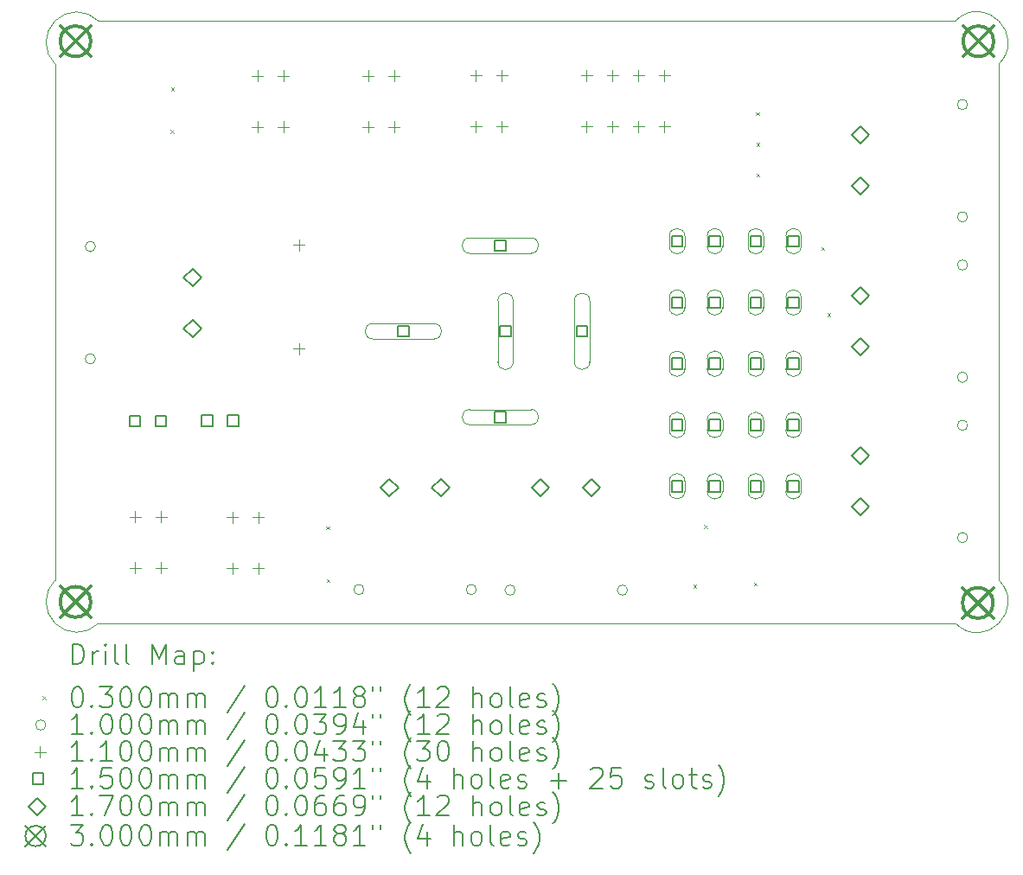
<source format=gbr>
%TF.GenerationSoftware,KiCad,Pcbnew,9.0.0*%
%TF.CreationDate,2025-04-02T18:04:12+02:00*%
%TF.ProjectId,CapyPower,43617079-506f-4776-9572-2e6b69636164,rev?*%
%TF.SameCoordinates,Original*%
%TF.FileFunction,Drillmap*%
%TF.FilePolarity,Positive*%
%FSLAX45Y45*%
G04 Gerber Fmt 4.5, Leading zero omitted, Abs format (unit mm)*
G04 Created by KiCad (PCBNEW 9.0.0) date 2025-04-02 18:04:12*
%MOMM*%
%LPD*%
G01*
G04 APERTURE LIST*
%ADD10C,0.050000*%
%ADD11C,0.200000*%
%ADD12C,0.100000*%
%ADD13C,0.110000*%
%ADD14C,0.150000*%
%ADD15C,0.170000*%
%ADD16C,0.300000*%
G04 APERTURE END LIST*
D10*
X6149264Y-9950000D02*
G75*
G02*
X5725000Y-9525736I-212132J212132D01*
G01*
X14965000Y-9525736D02*
G75*
G02*
X14540736Y-9950000I-212132J-212132D01*
G01*
X5725000Y-4474264D02*
G75*
G02*
X6149264Y-4050000I212132J212132D01*
G01*
X14540736Y-4050000D02*
G75*
G02*
X14965000Y-4474264I212132J-212132D01*
G01*
X5725000Y-4474264D02*
X5725000Y-9525736D01*
X14540736Y-9950000D02*
X6149264Y-9950000D01*
X14965000Y-4474264D02*
X14965000Y-9525736D01*
X14540736Y-4050000D02*
X6149264Y-4050000D01*
D11*
D12*
X6856500Y-5120000D02*
X6886500Y-5150000D01*
X6886500Y-5120000D02*
X6856500Y-5150000D01*
X6860000Y-4705000D02*
X6890000Y-4735000D01*
X6890000Y-4705000D02*
X6860000Y-4735000D01*
X8380000Y-9000000D02*
X8410000Y-9030000D01*
X8410000Y-9000000D02*
X8380000Y-9030000D01*
X8385000Y-9515000D02*
X8415000Y-9545000D01*
X8415000Y-9515000D02*
X8385000Y-9545000D01*
X11975000Y-9570000D02*
X12005000Y-9600000D01*
X12005000Y-9570000D02*
X11975000Y-9600000D01*
X12080000Y-8985000D02*
X12110000Y-9015000D01*
X12110000Y-8985000D02*
X12080000Y-9015000D01*
X12565000Y-9550000D02*
X12595000Y-9580000D01*
X12595000Y-9550000D02*
X12565000Y-9580000D01*
X12590000Y-4945000D02*
X12620000Y-4975000D01*
X12620000Y-4945000D02*
X12590000Y-4975000D01*
X12591250Y-5245000D02*
X12621250Y-5275000D01*
X12621250Y-5245000D02*
X12591250Y-5275000D01*
X12591250Y-5545000D02*
X12621250Y-5575000D01*
X12621250Y-5545000D02*
X12591250Y-5575000D01*
X13226000Y-6263500D02*
X13256000Y-6293500D01*
X13256000Y-6263500D02*
X13226000Y-6293500D01*
X13285000Y-6915000D02*
X13315000Y-6945000D01*
X13315000Y-6915000D02*
X13285000Y-6945000D01*
X6120000Y-6260000D02*
G75*
G02*
X6020000Y-6260000I-50000J0D01*
G01*
X6020000Y-6260000D02*
G75*
G02*
X6120000Y-6260000I50000J0D01*
G01*
X6120000Y-7360000D02*
G75*
G02*
X6020000Y-7360000I-50000J0D01*
G01*
X6020000Y-7360000D02*
G75*
G02*
X6120000Y-7360000I50000J0D01*
G01*
X8750000Y-9619425D02*
G75*
G02*
X8650000Y-9619425I-50000J0D01*
G01*
X8650000Y-9619425D02*
G75*
G02*
X8750000Y-9619425I50000J0D01*
G01*
X9850000Y-9619425D02*
G75*
G02*
X9750000Y-9619425I-50000J0D01*
G01*
X9750000Y-9619425D02*
G75*
G02*
X9850000Y-9619425I50000J0D01*
G01*
X10230000Y-9624425D02*
G75*
G02*
X10130000Y-9624425I-50000J0D01*
G01*
X10130000Y-9624425D02*
G75*
G02*
X10230000Y-9624425I50000J0D01*
G01*
X11330000Y-9624425D02*
G75*
G02*
X11230000Y-9624425I-50000J0D01*
G01*
X11230000Y-9624425D02*
G75*
G02*
X11330000Y-9624425I50000J0D01*
G01*
X14659425Y-4870000D02*
G75*
G02*
X14559425Y-4870000I-50000J0D01*
G01*
X14559425Y-4870000D02*
G75*
G02*
X14659425Y-4870000I50000J0D01*
G01*
X14659425Y-5970000D02*
G75*
G02*
X14559425Y-5970000I-50000J0D01*
G01*
X14559425Y-5970000D02*
G75*
G02*
X14659425Y-5970000I50000J0D01*
G01*
X14660000Y-6440000D02*
G75*
G02*
X14560000Y-6440000I-50000J0D01*
G01*
X14560000Y-6440000D02*
G75*
G02*
X14660000Y-6440000I50000J0D01*
G01*
X14660000Y-7540000D02*
G75*
G02*
X14560000Y-7540000I-50000J0D01*
G01*
X14560000Y-7540000D02*
G75*
G02*
X14660000Y-7540000I50000J0D01*
G01*
X14660000Y-8010000D02*
G75*
G02*
X14560000Y-8010000I-50000J0D01*
G01*
X14560000Y-8010000D02*
G75*
G02*
X14660000Y-8010000I50000J0D01*
G01*
X14660000Y-9110000D02*
G75*
G02*
X14560000Y-9110000I-50000J0D01*
G01*
X14560000Y-9110000D02*
G75*
G02*
X14660000Y-9110000I50000J0D01*
G01*
D13*
X6511000Y-8850000D02*
X6511000Y-8960000D01*
X6456000Y-8905000D02*
X6566000Y-8905000D01*
X6511000Y-9350000D02*
X6511000Y-9460000D01*
X6456000Y-9405000D02*
X6566000Y-9405000D01*
X6765000Y-8850000D02*
X6765000Y-8960000D01*
X6710000Y-8905000D02*
X6820000Y-8905000D01*
X6765000Y-9350000D02*
X6765000Y-9460000D01*
X6710000Y-9405000D02*
X6820000Y-9405000D01*
X7460000Y-8855000D02*
X7460000Y-8965000D01*
X7405000Y-8910000D02*
X7515000Y-8910000D01*
X7460000Y-9355000D02*
X7460000Y-9465000D01*
X7405000Y-9410000D02*
X7515000Y-9410000D01*
X7706000Y-4535000D02*
X7706000Y-4645000D01*
X7651000Y-4590000D02*
X7761000Y-4590000D01*
X7706000Y-5035000D02*
X7706000Y-5145000D01*
X7651000Y-5090000D02*
X7761000Y-5090000D01*
X7714000Y-8855000D02*
X7714000Y-8965000D01*
X7659000Y-8910000D02*
X7769000Y-8910000D01*
X7714000Y-9355000D02*
X7714000Y-9465000D01*
X7659000Y-9410000D02*
X7769000Y-9410000D01*
X7960000Y-4535000D02*
X7960000Y-4645000D01*
X7905000Y-4590000D02*
X8015000Y-4590000D01*
X7960000Y-5035000D02*
X7960000Y-5145000D01*
X7905000Y-5090000D02*
X8015000Y-5090000D01*
X8115000Y-6189000D02*
X8115000Y-6299000D01*
X8060000Y-6244000D02*
X8170000Y-6244000D01*
X8115000Y-7205000D02*
X8115000Y-7315000D01*
X8060000Y-7260000D02*
X8170000Y-7260000D01*
X8791000Y-4535000D02*
X8791000Y-4645000D01*
X8736000Y-4590000D02*
X8846000Y-4590000D01*
X8791000Y-5035000D02*
X8791000Y-5145000D01*
X8736000Y-5090000D02*
X8846000Y-5090000D01*
X9045000Y-4535000D02*
X9045000Y-4645000D01*
X8990000Y-4590000D02*
X9100000Y-4590000D01*
X9045000Y-5035000D02*
X9045000Y-5145000D01*
X8990000Y-5090000D02*
X9100000Y-5090000D01*
X9845000Y-4530000D02*
X9845000Y-4640000D01*
X9790000Y-4585000D02*
X9900000Y-4585000D01*
X9845000Y-5030000D02*
X9845000Y-5140000D01*
X9790000Y-5085000D02*
X9900000Y-5085000D01*
X10099000Y-4530000D02*
X10099000Y-4640000D01*
X10044000Y-4585000D02*
X10154000Y-4585000D01*
X10099000Y-5030000D02*
X10099000Y-5140000D01*
X10044000Y-5085000D02*
X10154000Y-5085000D01*
X10928000Y-4530000D02*
X10928000Y-4640000D01*
X10873000Y-4585000D02*
X10983000Y-4585000D01*
X10928000Y-5030000D02*
X10928000Y-5140000D01*
X10873000Y-5085000D02*
X10983000Y-5085000D01*
X11182000Y-4530000D02*
X11182000Y-4640000D01*
X11127000Y-4585000D02*
X11237000Y-4585000D01*
X11182000Y-5030000D02*
X11182000Y-5140000D01*
X11127000Y-5085000D02*
X11237000Y-5085000D01*
X11436000Y-4530000D02*
X11436000Y-4640000D01*
X11381000Y-4585000D02*
X11491000Y-4585000D01*
X11436000Y-5030000D02*
X11436000Y-5140000D01*
X11381000Y-5085000D02*
X11491000Y-5085000D01*
X11690000Y-4530000D02*
X11690000Y-4640000D01*
X11635000Y-4585000D02*
X11745000Y-4585000D01*
X11690000Y-5030000D02*
X11690000Y-5140000D01*
X11635000Y-5085000D02*
X11745000Y-5085000D01*
D14*
X6561033Y-8023033D02*
X6561033Y-7916966D01*
X6454966Y-7916966D01*
X6454966Y-8023033D01*
X6561033Y-8023033D01*
X6815033Y-8023033D02*
X6815033Y-7916966D01*
X6708966Y-7916966D01*
X6708966Y-8023033D01*
X6815033Y-8023033D01*
X7266033Y-8018033D02*
X7266033Y-7911966D01*
X7159966Y-7911966D01*
X7159966Y-8018033D01*
X7266033Y-8018033D01*
X7520033Y-8018033D02*
X7520033Y-7911966D01*
X7413966Y-7911966D01*
X7413966Y-8018033D01*
X7520033Y-8018033D01*
X9188034Y-7143033D02*
X9188034Y-7036966D01*
X9081967Y-7036966D01*
X9081967Y-7143033D01*
X9188034Y-7143033D01*
D12*
X8835000Y-7165000D02*
X9435000Y-7165000D01*
X9435000Y-7015000D02*
G75*
G02*
X9435000Y-7165000I0J-75000D01*
G01*
X9435000Y-7015000D02*
X8835000Y-7015000D01*
X8835000Y-7015000D02*
G75*
G03*
X8835000Y-7165000I0J-75000D01*
G01*
D14*
X10138034Y-6303033D02*
X10138034Y-6196966D01*
X10031967Y-6196966D01*
X10031967Y-6303033D01*
X10138034Y-6303033D01*
D12*
X9785000Y-6325000D02*
X10385000Y-6325000D01*
X10385000Y-6175000D02*
G75*
G02*
X10385000Y-6325000I0J-75000D01*
G01*
X10385000Y-6175000D02*
X9785000Y-6175000D01*
X9785000Y-6175000D02*
G75*
G03*
X9785000Y-6325000I0J-75000D01*
G01*
D14*
X10138034Y-7983033D02*
X10138034Y-7876966D01*
X10031967Y-7876966D01*
X10031967Y-7983033D01*
X10138034Y-7983033D01*
D12*
X9785000Y-8005000D02*
X10385000Y-8005000D01*
X10385000Y-7855000D02*
G75*
G02*
X10385000Y-8005000I0J-75000D01*
G01*
X10385000Y-7855000D02*
X9785000Y-7855000D01*
X9785000Y-7855000D02*
G75*
G03*
X9785000Y-8005000I0J-75000D01*
G01*
D14*
X10188034Y-7143033D02*
X10188034Y-7036966D01*
X10081967Y-7036966D01*
X10081967Y-7143033D01*
X10188034Y-7143033D01*
D12*
X10210000Y-7390000D02*
X10210000Y-6790000D01*
X10060000Y-6790000D02*
G75*
G02*
X10210000Y-6790000I75000J0D01*
G01*
X10060000Y-6790000D02*
X10060000Y-7390000D01*
X10060000Y-7390000D02*
G75*
G03*
X10210000Y-7390000I75000J0D01*
G01*
D14*
X10938034Y-7143033D02*
X10938034Y-7036966D01*
X10831967Y-7036966D01*
X10831967Y-7143033D01*
X10938034Y-7143033D01*
D12*
X10960000Y-7390000D02*
X10960000Y-6790000D01*
X10810000Y-6790000D02*
G75*
G02*
X10960000Y-6790000I75000J0D01*
G01*
X10810000Y-6790000D02*
X10810000Y-7390000D01*
X10810000Y-7390000D02*
G75*
G03*
X10960000Y-7390000I75000J0D01*
G01*
D14*
X11868033Y-6260533D02*
X11868033Y-6154466D01*
X11761966Y-6154466D01*
X11761966Y-6260533D01*
X11868033Y-6260533D01*
D12*
X11890000Y-6257500D02*
X11890000Y-6157500D01*
X11740000Y-6157500D02*
G75*
G02*
X11890000Y-6157500I75000J0D01*
G01*
X11740000Y-6157500D02*
X11740000Y-6257500D01*
X11740000Y-6257500D02*
G75*
G03*
X11890000Y-6257500I75000J0D01*
G01*
D14*
X11868033Y-6860533D02*
X11868033Y-6754466D01*
X11761966Y-6754466D01*
X11761966Y-6860533D01*
X11868033Y-6860533D01*
D12*
X11890000Y-6857500D02*
X11890000Y-6757500D01*
X11740000Y-6757500D02*
G75*
G02*
X11890000Y-6757500I75000J0D01*
G01*
X11740000Y-6757500D02*
X11740000Y-6857500D01*
X11740000Y-6857500D02*
G75*
G03*
X11890000Y-6857500I75000J0D01*
G01*
D14*
X11868033Y-7460533D02*
X11868033Y-7354466D01*
X11761966Y-7354466D01*
X11761966Y-7460533D01*
X11868033Y-7460533D01*
D12*
X11890000Y-7457500D02*
X11890000Y-7357500D01*
X11740000Y-7357500D02*
G75*
G02*
X11890000Y-7357500I75000J0D01*
G01*
X11740000Y-7357500D02*
X11740000Y-7457500D01*
X11740000Y-7457500D02*
G75*
G03*
X11890000Y-7457500I75000J0D01*
G01*
D14*
X11868033Y-8060533D02*
X11868033Y-7954466D01*
X11761966Y-7954466D01*
X11761966Y-8060533D01*
X11868033Y-8060533D01*
D12*
X11890000Y-8057500D02*
X11890000Y-7957500D01*
X11740000Y-7957500D02*
G75*
G02*
X11890000Y-7957500I75000J0D01*
G01*
X11740000Y-7957500D02*
X11740000Y-8057500D01*
X11740000Y-8057500D02*
G75*
G03*
X11890000Y-8057500I75000J0D01*
G01*
D14*
X11868033Y-8660534D02*
X11868033Y-8554467D01*
X11761966Y-8554467D01*
X11761966Y-8660534D01*
X11868033Y-8660534D01*
D12*
X11890000Y-8657500D02*
X11890000Y-8557500D01*
X11740000Y-8557500D02*
G75*
G02*
X11890000Y-8557500I75000J0D01*
G01*
X11740000Y-8557500D02*
X11740000Y-8657500D01*
X11740000Y-8657500D02*
G75*
G03*
X11890000Y-8657500I75000J0D01*
G01*
D14*
X12238033Y-6260533D02*
X12238033Y-6154466D01*
X12131966Y-6154466D01*
X12131966Y-6260533D01*
X12238033Y-6260533D01*
D12*
X12260000Y-6257500D02*
X12260000Y-6157500D01*
X12110000Y-6157500D02*
G75*
G02*
X12260000Y-6157500I75000J0D01*
G01*
X12110000Y-6157500D02*
X12110000Y-6257500D01*
X12110000Y-6257500D02*
G75*
G03*
X12260000Y-6257500I75000J0D01*
G01*
D14*
X12238033Y-6860533D02*
X12238033Y-6754466D01*
X12131966Y-6754466D01*
X12131966Y-6860533D01*
X12238033Y-6860533D01*
D12*
X12260000Y-6857500D02*
X12260000Y-6757500D01*
X12110000Y-6757500D02*
G75*
G02*
X12260000Y-6757500I75000J0D01*
G01*
X12110000Y-6757500D02*
X12110000Y-6857500D01*
X12110000Y-6857500D02*
G75*
G03*
X12260000Y-6857500I75000J0D01*
G01*
D14*
X12238033Y-7460533D02*
X12238033Y-7354466D01*
X12131966Y-7354466D01*
X12131966Y-7460533D01*
X12238033Y-7460533D01*
D12*
X12260000Y-7457500D02*
X12260000Y-7357500D01*
X12110000Y-7357500D02*
G75*
G02*
X12260000Y-7357500I75000J0D01*
G01*
X12110000Y-7357500D02*
X12110000Y-7457500D01*
X12110000Y-7457500D02*
G75*
G03*
X12260000Y-7457500I75000J0D01*
G01*
D14*
X12238033Y-8060533D02*
X12238033Y-7954466D01*
X12131966Y-7954466D01*
X12131966Y-8060533D01*
X12238033Y-8060533D01*
D12*
X12260000Y-8057500D02*
X12260000Y-7957500D01*
X12110000Y-7957500D02*
G75*
G02*
X12260000Y-7957500I75000J0D01*
G01*
X12110000Y-7957500D02*
X12110000Y-8057500D01*
X12110000Y-8057500D02*
G75*
G03*
X12260000Y-8057500I75000J0D01*
G01*
D14*
X12238033Y-8660534D02*
X12238033Y-8554467D01*
X12131966Y-8554467D01*
X12131966Y-8660534D01*
X12238033Y-8660534D01*
D12*
X12260000Y-8657500D02*
X12260000Y-8557500D01*
X12110000Y-8557500D02*
G75*
G02*
X12260000Y-8557500I75000J0D01*
G01*
X12110000Y-8557500D02*
X12110000Y-8657500D01*
X12110000Y-8657500D02*
G75*
G03*
X12260000Y-8657500I75000J0D01*
G01*
D14*
X12638033Y-6260533D02*
X12638033Y-6154466D01*
X12531966Y-6154466D01*
X12531966Y-6260533D01*
X12638033Y-6260533D01*
D12*
X12660000Y-6257500D02*
X12660000Y-6157500D01*
X12510000Y-6157500D02*
G75*
G02*
X12660000Y-6157500I75000J0D01*
G01*
X12510000Y-6157500D02*
X12510000Y-6257500D01*
X12510000Y-6257500D02*
G75*
G03*
X12660000Y-6257500I75000J0D01*
G01*
D14*
X12638033Y-6860533D02*
X12638033Y-6754466D01*
X12531966Y-6754466D01*
X12531966Y-6860533D01*
X12638033Y-6860533D01*
D12*
X12660000Y-6857500D02*
X12660000Y-6757500D01*
X12510000Y-6757500D02*
G75*
G02*
X12660000Y-6757500I75000J0D01*
G01*
X12510000Y-6757500D02*
X12510000Y-6857500D01*
X12510000Y-6857500D02*
G75*
G03*
X12660000Y-6857500I75000J0D01*
G01*
D14*
X12638033Y-7460533D02*
X12638033Y-7354466D01*
X12531966Y-7354466D01*
X12531966Y-7460533D01*
X12638033Y-7460533D01*
D12*
X12660000Y-7457500D02*
X12660000Y-7357500D01*
X12510000Y-7357500D02*
G75*
G02*
X12660000Y-7357500I75000J0D01*
G01*
X12510000Y-7357500D02*
X12510000Y-7457500D01*
X12510000Y-7457500D02*
G75*
G03*
X12660000Y-7457500I75000J0D01*
G01*
D14*
X12638033Y-8060533D02*
X12638033Y-7954466D01*
X12531966Y-7954466D01*
X12531966Y-8060533D01*
X12638033Y-8060533D01*
D12*
X12660000Y-8057500D02*
X12660000Y-7957500D01*
X12510000Y-7957500D02*
G75*
G02*
X12660000Y-7957500I75000J0D01*
G01*
X12510000Y-7957500D02*
X12510000Y-8057500D01*
X12510000Y-8057500D02*
G75*
G03*
X12660000Y-8057500I75000J0D01*
G01*
D14*
X12638033Y-8660534D02*
X12638033Y-8554467D01*
X12531966Y-8554467D01*
X12531966Y-8660534D01*
X12638033Y-8660534D01*
D12*
X12660000Y-8657500D02*
X12660000Y-8557500D01*
X12510000Y-8557500D02*
G75*
G02*
X12660000Y-8557500I75000J0D01*
G01*
X12510000Y-8557500D02*
X12510000Y-8657500D01*
X12510000Y-8657500D02*
G75*
G03*
X12660000Y-8657500I75000J0D01*
G01*
D14*
X13008033Y-6260533D02*
X13008033Y-6154466D01*
X12901966Y-6154466D01*
X12901966Y-6260533D01*
X13008033Y-6260533D01*
D12*
X13030000Y-6257500D02*
X13030000Y-6157500D01*
X12880000Y-6157500D02*
G75*
G02*
X13030000Y-6157500I75000J0D01*
G01*
X12880000Y-6157500D02*
X12880000Y-6257500D01*
X12880000Y-6257500D02*
G75*
G03*
X13030000Y-6257500I75000J0D01*
G01*
D14*
X13008033Y-6860533D02*
X13008033Y-6754466D01*
X12901966Y-6754466D01*
X12901966Y-6860533D01*
X13008033Y-6860533D01*
D12*
X13030000Y-6857500D02*
X13030000Y-6757500D01*
X12880000Y-6757500D02*
G75*
G02*
X13030000Y-6757500I75000J0D01*
G01*
X12880000Y-6757500D02*
X12880000Y-6857500D01*
X12880000Y-6857500D02*
G75*
G03*
X13030000Y-6857500I75000J0D01*
G01*
D14*
X13008033Y-7460533D02*
X13008033Y-7354466D01*
X12901966Y-7354466D01*
X12901966Y-7460533D01*
X13008033Y-7460533D01*
D12*
X13030000Y-7457500D02*
X13030000Y-7357500D01*
X12880000Y-7357500D02*
G75*
G02*
X13030000Y-7357500I75000J0D01*
G01*
X12880000Y-7357500D02*
X12880000Y-7457500D01*
X12880000Y-7457500D02*
G75*
G03*
X13030000Y-7457500I75000J0D01*
G01*
D14*
X13008033Y-8060533D02*
X13008033Y-7954466D01*
X12901966Y-7954466D01*
X12901966Y-8060533D01*
X13008033Y-8060533D01*
D12*
X13030000Y-8057500D02*
X13030000Y-7957500D01*
X12880000Y-7957500D02*
G75*
G02*
X13030000Y-7957500I75000J0D01*
G01*
X12880000Y-7957500D02*
X12880000Y-8057500D01*
X12880000Y-8057500D02*
G75*
G03*
X13030000Y-8057500I75000J0D01*
G01*
D14*
X13008033Y-8660534D02*
X13008033Y-8554467D01*
X12901966Y-8554467D01*
X12901966Y-8660534D01*
X13008033Y-8660534D01*
D12*
X13030000Y-8657500D02*
X13030000Y-8557500D01*
X12880000Y-8557500D02*
G75*
G02*
X13030000Y-8557500I75000J0D01*
G01*
X12880000Y-8557500D02*
X12880000Y-8657500D01*
X12880000Y-8657500D02*
G75*
G03*
X13030000Y-8657500I75000J0D01*
G01*
D15*
X7070000Y-6645000D02*
X7155000Y-6560000D01*
X7070000Y-6475000D01*
X6985000Y-6560000D01*
X7070000Y-6645000D01*
X7070000Y-7145000D02*
X7155000Y-7060000D01*
X7070000Y-6975000D01*
X6985000Y-7060000D01*
X7070000Y-7145000D01*
X9000000Y-8704425D02*
X9085000Y-8619425D01*
X9000000Y-8534425D01*
X8915000Y-8619425D01*
X9000000Y-8704425D01*
X9500000Y-8704425D02*
X9585000Y-8619425D01*
X9500000Y-8534425D01*
X9415000Y-8619425D01*
X9500000Y-8704425D01*
X10480000Y-8709425D02*
X10565000Y-8624425D01*
X10480000Y-8539425D01*
X10395000Y-8624425D01*
X10480000Y-8709425D01*
X10980000Y-8709425D02*
X11065000Y-8624425D01*
X10980000Y-8539425D01*
X10895000Y-8624425D01*
X10980000Y-8709425D01*
X13609425Y-5255000D02*
X13694425Y-5170000D01*
X13609425Y-5085000D01*
X13524425Y-5170000D01*
X13609425Y-5255000D01*
X13609425Y-5755000D02*
X13694425Y-5670000D01*
X13609425Y-5585000D01*
X13524425Y-5670000D01*
X13609425Y-5755000D01*
X13610000Y-6825000D02*
X13695000Y-6740000D01*
X13610000Y-6655000D01*
X13525000Y-6740000D01*
X13610000Y-6825000D01*
X13610000Y-7325000D02*
X13695000Y-7240000D01*
X13610000Y-7155000D01*
X13525000Y-7240000D01*
X13610000Y-7325000D01*
X13610000Y-8395000D02*
X13695000Y-8310000D01*
X13610000Y-8225000D01*
X13525000Y-8310000D01*
X13610000Y-8395000D01*
X13610000Y-8895000D02*
X13695000Y-8810000D01*
X13610000Y-8725000D01*
X13525000Y-8810000D01*
X13610000Y-8895000D01*
D16*
X5775000Y-4100000D02*
X6075000Y-4400000D01*
X6075000Y-4100000D02*
X5775000Y-4400000D01*
X6075000Y-4250000D02*
G75*
G02*
X5775000Y-4250000I-150000J0D01*
G01*
X5775000Y-4250000D02*
G75*
G02*
X6075000Y-4250000I150000J0D01*
G01*
X5775000Y-9590000D02*
X6075000Y-9890000D01*
X6075000Y-9590000D02*
X5775000Y-9890000D01*
X6075000Y-9740000D02*
G75*
G02*
X5775000Y-9740000I-150000J0D01*
G01*
X5775000Y-9740000D02*
G75*
G02*
X6075000Y-9740000I150000J0D01*
G01*
X14610000Y-9600000D02*
X14910000Y-9900000D01*
X14910000Y-9600000D02*
X14610000Y-9900000D01*
X14910000Y-9750000D02*
G75*
G02*
X14610000Y-9750000I-150000J0D01*
G01*
X14610000Y-9750000D02*
G75*
G02*
X14910000Y-9750000I150000J0D01*
G01*
X14615000Y-4100000D02*
X14915000Y-4400000D01*
X14915000Y-4100000D02*
X14615000Y-4400000D01*
X14915000Y-4250000D02*
G75*
G02*
X14615000Y-4250000I-150000J0D01*
G01*
X14615000Y-4250000D02*
G75*
G02*
X14915000Y-4250000I150000J0D01*
G01*
D11*
X5895409Y-10351852D02*
X5895409Y-10151852D01*
X5895409Y-10151852D02*
X5943028Y-10151852D01*
X5943028Y-10151852D02*
X5971599Y-10161376D01*
X5971599Y-10161376D02*
X5990647Y-10180423D01*
X5990647Y-10180423D02*
X6000171Y-10199471D01*
X6000171Y-10199471D02*
X6009694Y-10237566D01*
X6009694Y-10237566D02*
X6009694Y-10266138D01*
X6009694Y-10266138D02*
X6000171Y-10304233D01*
X6000171Y-10304233D02*
X5990647Y-10323280D01*
X5990647Y-10323280D02*
X5971599Y-10342328D01*
X5971599Y-10342328D02*
X5943028Y-10351852D01*
X5943028Y-10351852D02*
X5895409Y-10351852D01*
X6095409Y-10351852D02*
X6095409Y-10218518D01*
X6095409Y-10256614D02*
X6104933Y-10237566D01*
X6104933Y-10237566D02*
X6114456Y-10228042D01*
X6114456Y-10228042D02*
X6133504Y-10218518D01*
X6133504Y-10218518D02*
X6152552Y-10218518D01*
X6219218Y-10351852D02*
X6219218Y-10218518D01*
X6219218Y-10151852D02*
X6209694Y-10161376D01*
X6209694Y-10161376D02*
X6219218Y-10170899D01*
X6219218Y-10170899D02*
X6228742Y-10161376D01*
X6228742Y-10161376D02*
X6219218Y-10151852D01*
X6219218Y-10151852D02*
X6219218Y-10170899D01*
X6343028Y-10351852D02*
X6323980Y-10342328D01*
X6323980Y-10342328D02*
X6314456Y-10323280D01*
X6314456Y-10323280D02*
X6314456Y-10151852D01*
X6447790Y-10351852D02*
X6428742Y-10342328D01*
X6428742Y-10342328D02*
X6419218Y-10323280D01*
X6419218Y-10323280D02*
X6419218Y-10151852D01*
X6676361Y-10351852D02*
X6676361Y-10151852D01*
X6676361Y-10151852D02*
X6743028Y-10294709D01*
X6743028Y-10294709D02*
X6809694Y-10151852D01*
X6809694Y-10151852D02*
X6809694Y-10351852D01*
X6990647Y-10351852D02*
X6990647Y-10247090D01*
X6990647Y-10247090D02*
X6981123Y-10228042D01*
X6981123Y-10228042D02*
X6962075Y-10218518D01*
X6962075Y-10218518D02*
X6923980Y-10218518D01*
X6923980Y-10218518D02*
X6904933Y-10228042D01*
X6990647Y-10342328D02*
X6971599Y-10351852D01*
X6971599Y-10351852D02*
X6923980Y-10351852D01*
X6923980Y-10351852D02*
X6904933Y-10342328D01*
X6904933Y-10342328D02*
X6895409Y-10323280D01*
X6895409Y-10323280D02*
X6895409Y-10304233D01*
X6895409Y-10304233D02*
X6904933Y-10285185D01*
X6904933Y-10285185D02*
X6923980Y-10275661D01*
X6923980Y-10275661D02*
X6971599Y-10275661D01*
X6971599Y-10275661D02*
X6990647Y-10266138D01*
X7085885Y-10218518D02*
X7085885Y-10418518D01*
X7085885Y-10228042D02*
X7104933Y-10218518D01*
X7104933Y-10218518D02*
X7143028Y-10218518D01*
X7143028Y-10218518D02*
X7162075Y-10228042D01*
X7162075Y-10228042D02*
X7171599Y-10237566D01*
X7171599Y-10237566D02*
X7181123Y-10256614D01*
X7181123Y-10256614D02*
X7181123Y-10313757D01*
X7181123Y-10313757D02*
X7171599Y-10332804D01*
X7171599Y-10332804D02*
X7162075Y-10342328D01*
X7162075Y-10342328D02*
X7143028Y-10351852D01*
X7143028Y-10351852D02*
X7104933Y-10351852D01*
X7104933Y-10351852D02*
X7085885Y-10342328D01*
X7266837Y-10332804D02*
X7276361Y-10342328D01*
X7276361Y-10342328D02*
X7266837Y-10351852D01*
X7266837Y-10351852D02*
X7257314Y-10342328D01*
X7257314Y-10342328D02*
X7266837Y-10332804D01*
X7266837Y-10332804D02*
X7266837Y-10351852D01*
X7266837Y-10228042D02*
X7276361Y-10237566D01*
X7276361Y-10237566D02*
X7266837Y-10247090D01*
X7266837Y-10247090D02*
X7257314Y-10237566D01*
X7257314Y-10237566D02*
X7266837Y-10228042D01*
X7266837Y-10228042D02*
X7266837Y-10247090D01*
D12*
X5604632Y-10665368D02*
X5634632Y-10695368D01*
X5634632Y-10665368D02*
X5604632Y-10695368D01*
D11*
X5933504Y-10571852D02*
X5952552Y-10571852D01*
X5952552Y-10571852D02*
X5971599Y-10581376D01*
X5971599Y-10581376D02*
X5981123Y-10590899D01*
X5981123Y-10590899D02*
X5990647Y-10609947D01*
X5990647Y-10609947D02*
X6000171Y-10648042D01*
X6000171Y-10648042D02*
X6000171Y-10695661D01*
X6000171Y-10695661D02*
X5990647Y-10733757D01*
X5990647Y-10733757D02*
X5981123Y-10752804D01*
X5981123Y-10752804D02*
X5971599Y-10762328D01*
X5971599Y-10762328D02*
X5952552Y-10771852D01*
X5952552Y-10771852D02*
X5933504Y-10771852D01*
X5933504Y-10771852D02*
X5914456Y-10762328D01*
X5914456Y-10762328D02*
X5904933Y-10752804D01*
X5904933Y-10752804D02*
X5895409Y-10733757D01*
X5895409Y-10733757D02*
X5885885Y-10695661D01*
X5885885Y-10695661D02*
X5885885Y-10648042D01*
X5885885Y-10648042D02*
X5895409Y-10609947D01*
X5895409Y-10609947D02*
X5904933Y-10590899D01*
X5904933Y-10590899D02*
X5914456Y-10581376D01*
X5914456Y-10581376D02*
X5933504Y-10571852D01*
X6085885Y-10752804D02*
X6095409Y-10762328D01*
X6095409Y-10762328D02*
X6085885Y-10771852D01*
X6085885Y-10771852D02*
X6076361Y-10762328D01*
X6076361Y-10762328D02*
X6085885Y-10752804D01*
X6085885Y-10752804D02*
X6085885Y-10771852D01*
X6162075Y-10571852D02*
X6285885Y-10571852D01*
X6285885Y-10571852D02*
X6219218Y-10648042D01*
X6219218Y-10648042D02*
X6247790Y-10648042D01*
X6247790Y-10648042D02*
X6266837Y-10657566D01*
X6266837Y-10657566D02*
X6276361Y-10667090D01*
X6276361Y-10667090D02*
X6285885Y-10686138D01*
X6285885Y-10686138D02*
X6285885Y-10733757D01*
X6285885Y-10733757D02*
X6276361Y-10752804D01*
X6276361Y-10752804D02*
X6266837Y-10762328D01*
X6266837Y-10762328D02*
X6247790Y-10771852D01*
X6247790Y-10771852D02*
X6190647Y-10771852D01*
X6190647Y-10771852D02*
X6171599Y-10762328D01*
X6171599Y-10762328D02*
X6162075Y-10752804D01*
X6409694Y-10571852D02*
X6428742Y-10571852D01*
X6428742Y-10571852D02*
X6447790Y-10581376D01*
X6447790Y-10581376D02*
X6457314Y-10590899D01*
X6457314Y-10590899D02*
X6466837Y-10609947D01*
X6466837Y-10609947D02*
X6476361Y-10648042D01*
X6476361Y-10648042D02*
X6476361Y-10695661D01*
X6476361Y-10695661D02*
X6466837Y-10733757D01*
X6466837Y-10733757D02*
X6457314Y-10752804D01*
X6457314Y-10752804D02*
X6447790Y-10762328D01*
X6447790Y-10762328D02*
X6428742Y-10771852D01*
X6428742Y-10771852D02*
X6409694Y-10771852D01*
X6409694Y-10771852D02*
X6390647Y-10762328D01*
X6390647Y-10762328D02*
X6381123Y-10752804D01*
X6381123Y-10752804D02*
X6371599Y-10733757D01*
X6371599Y-10733757D02*
X6362075Y-10695661D01*
X6362075Y-10695661D02*
X6362075Y-10648042D01*
X6362075Y-10648042D02*
X6371599Y-10609947D01*
X6371599Y-10609947D02*
X6381123Y-10590899D01*
X6381123Y-10590899D02*
X6390647Y-10581376D01*
X6390647Y-10581376D02*
X6409694Y-10571852D01*
X6600171Y-10571852D02*
X6619218Y-10571852D01*
X6619218Y-10571852D02*
X6638266Y-10581376D01*
X6638266Y-10581376D02*
X6647790Y-10590899D01*
X6647790Y-10590899D02*
X6657314Y-10609947D01*
X6657314Y-10609947D02*
X6666837Y-10648042D01*
X6666837Y-10648042D02*
X6666837Y-10695661D01*
X6666837Y-10695661D02*
X6657314Y-10733757D01*
X6657314Y-10733757D02*
X6647790Y-10752804D01*
X6647790Y-10752804D02*
X6638266Y-10762328D01*
X6638266Y-10762328D02*
X6619218Y-10771852D01*
X6619218Y-10771852D02*
X6600171Y-10771852D01*
X6600171Y-10771852D02*
X6581123Y-10762328D01*
X6581123Y-10762328D02*
X6571599Y-10752804D01*
X6571599Y-10752804D02*
X6562075Y-10733757D01*
X6562075Y-10733757D02*
X6552552Y-10695661D01*
X6552552Y-10695661D02*
X6552552Y-10648042D01*
X6552552Y-10648042D02*
X6562075Y-10609947D01*
X6562075Y-10609947D02*
X6571599Y-10590899D01*
X6571599Y-10590899D02*
X6581123Y-10581376D01*
X6581123Y-10581376D02*
X6600171Y-10571852D01*
X6752552Y-10771852D02*
X6752552Y-10638518D01*
X6752552Y-10657566D02*
X6762075Y-10648042D01*
X6762075Y-10648042D02*
X6781123Y-10638518D01*
X6781123Y-10638518D02*
X6809695Y-10638518D01*
X6809695Y-10638518D02*
X6828742Y-10648042D01*
X6828742Y-10648042D02*
X6838266Y-10667090D01*
X6838266Y-10667090D02*
X6838266Y-10771852D01*
X6838266Y-10667090D02*
X6847790Y-10648042D01*
X6847790Y-10648042D02*
X6866837Y-10638518D01*
X6866837Y-10638518D02*
X6895409Y-10638518D01*
X6895409Y-10638518D02*
X6914456Y-10648042D01*
X6914456Y-10648042D02*
X6923980Y-10667090D01*
X6923980Y-10667090D02*
X6923980Y-10771852D01*
X7019218Y-10771852D02*
X7019218Y-10638518D01*
X7019218Y-10657566D02*
X7028742Y-10648042D01*
X7028742Y-10648042D02*
X7047790Y-10638518D01*
X7047790Y-10638518D02*
X7076361Y-10638518D01*
X7076361Y-10638518D02*
X7095409Y-10648042D01*
X7095409Y-10648042D02*
X7104933Y-10667090D01*
X7104933Y-10667090D02*
X7104933Y-10771852D01*
X7104933Y-10667090D02*
X7114456Y-10648042D01*
X7114456Y-10648042D02*
X7133504Y-10638518D01*
X7133504Y-10638518D02*
X7162075Y-10638518D01*
X7162075Y-10638518D02*
X7181123Y-10648042D01*
X7181123Y-10648042D02*
X7190647Y-10667090D01*
X7190647Y-10667090D02*
X7190647Y-10771852D01*
X7581123Y-10562328D02*
X7409695Y-10819471D01*
X7838266Y-10571852D02*
X7857314Y-10571852D01*
X7857314Y-10571852D02*
X7876361Y-10581376D01*
X7876361Y-10581376D02*
X7885885Y-10590899D01*
X7885885Y-10590899D02*
X7895409Y-10609947D01*
X7895409Y-10609947D02*
X7904933Y-10648042D01*
X7904933Y-10648042D02*
X7904933Y-10695661D01*
X7904933Y-10695661D02*
X7895409Y-10733757D01*
X7895409Y-10733757D02*
X7885885Y-10752804D01*
X7885885Y-10752804D02*
X7876361Y-10762328D01*
X7876361Y-10762328D02*
X7857314Y-10771852D01*
X7857314Y-10771852D02*
X7838266Y-10771852D01*
X7838266Y-10771852D02*
X7819218Y-10762328D01*
X7819218Y-10762328D02*
X7809695Y-10752804D01*
X7809695Y-10752804D02*
X7800171Y-10733757D01*
X7800171Y-10733757D02*
X7790647Y-10695661D01*
X7790647Y-10695661D02*
X7790647Y-10648042D01*
X7790647Y-10648042D02*
X7800171Y-10609947D01*
X7800171Y-10609947D02*
X7809695Y-10590899D01*
X7809695Y-10590899D02*
X7819218Y-10581376D01*
X7819218Y-10581376D02*
X7838266Y-10571852D01*
X7990647Y-10752804D02*
X8000171Y-10762328D01*
X8000171Y-10762328D02*
X7990647Y-10771852D01*
X7990647Y-10771852D02*
X7981123Y-10762328D01*
X7981123Y-10762328D02*
X7990647Y-10752804D01*
X7990647Y-10752804D02*
X7990647Y-10771852D01*
X8123980Y-10571852D02*
X8143028Y-10571852D01*
X8143028Y-10571852D02*
X8162076Y-10581376D01*
X8162076Y-10581376D02*
X8171599Y-10590899D01*
X8171599Y-10590899D02*
X8181123Y-10609947D01*
X8181123Y-10609947D02*
X8190647Y-10648042D01*
X8190647Y-10648042D02*
X8190647Y-10695661D01*
X8190647Y-10695661D02*
X8181123Y-10733757D01*
X8181123Y-10733757D02*
X8171599Y-10752804D01*
X8171599Y-10752804D02*
X8162076Y-10762328D01*
X8162076Y-10762328D02*
X8143028Y-10771852D01*
X8143028Y-10771852D02*
X8123980Y-10771852D01*
X8123980Y-10771852D02*
X8104933Y-10762328D01*
X8104933Y-10762328D02*
X8095409Y-10752804D01*
X8095409Y-10752804D02*
X8085885Y-10733757D01*
X8085885Y-10733757D02*
X8076361Y-10695661D01*
X8076361Y-10695661D02*
X8076361Y-10648042D01*
X8076361Y-10648042D02*
X8085885Y-10609947D01*
X8085885Y-10609947D02*
X8095409Y-10590899D01*
X8095409Y-10590899D02*
X8104933Y-10581376D01*
X8104933Y-10581376D02*
X8123980Y-10571852D01*
X8381123Y-10771852D02*
X8266838Y-10771852D01*
X8323980Y-10771852D02*
X8323980Y-10571852D01*
X8323980Y-10571852D02*
X8304933Y-10600423D01*
X8304933Y-10600423D02*
X8285885Y-10619471D01*
X8285885Y-10619471D02*
X8266838Y-10628995D01*
X8571600Y-10771852D02*
X8457314Y-10771852D01*
X8514457Y-10771852D02*
X8514457Y-10571852D01*
X8514457Y-10571852D02*
X8495409Y-10600423D01*
X8495409Y-10600423D02*
X8476361Y-10619471D01*
X8476361Y-10619471D02*
X8457314Y-10628995D01*
X8685885Y-10657566D02*
X8666838Y-10648042D01*
X8666838Y-10648042D02*
X8657314Y-10638518D01*
X8657314Y-10638518D02*
X8647790Y-10619471D01*
X8647790Y-10619471D02*
X8647790Y-10609947D01*
X8647790Y-10609947D02*
X8657314Y-10590899D01*
X8657314Y-10590899D02*
X8666838Y-10581376D01*
X8666838Y-10581376D02*
X8685885Y-10571852D01*
X8685885Y-10571852D02*
X8723981Y-10571852D01*
X8723981Y-10571852D02*
X8743028Y-10581376D01*
X8743028Y-10581376D02*
X8752552Y-10590899D01*
X8752552Y-10590899D02*
X8762076Y-10609947D01*
X8762076Y-10609947D02*
X8762076Y-10619471D01*
X8762076Y-10619471D02*
X8752552Y-10638518D01*
X8752552Y-10638518D02*
X8743028Y-10648042D01*
X8743028Y-10648042D02*
X8723981Y-10657566D01*
X8723981Y-10657566D02*
X8685885Y-10657566D01*
X8685885Y-10657566D02*
X8666838Y-10667090D01*
X8666838Y-10667090D02*
X8657314Y-10676614D01*
X8657314Y-10676614D02*
X8647790Y-10695661D01*
X8647790Y-10695661D02*
X8647790Y-10733757D01*
X8647790Y-10733757D02*
X8657314Y-10752804D01*
X8657314Y-10752804D02*
X8666838Y-10762328D01*
X8666838Y-10762328D02*
X8685885Y-10771852D01*
X8685885Y-10771852D02*
X8723981Y-10771852D01*
X8723981Y-10771852D02*
X8743028Y-10762328D01*
X8743028Y-10762328D02*
X8752552Y-10752804D01*
X8752552Y-10752804D02*
X8762076Y-10733757D01*
X8762076Y-10733757D02*
X8762076Y-10695661D01*
X8762076Y-10695661D02*
X8752552Y-10676614D01*
X8752552Y-10676614D02*
X8743028Y-10667090D01*
X8743028Y-10667090D02*
X8723981Y-10657566D01*
X8838266Y-10571852D02*
X8838266Y-10609947D01*
X8914457Y-10571852D02*
X8914457Y-10609947D01*
X9209695Y-10848042D02*
X9200171Y-10838518D01*
X9200171Y-10838518D02*
X9181123Y-10809947D01*
X9181123Y-10809947D02*
X9171600Y-10790899D01*
X9171600Y-10790899D02*
X9162076Y-10762328D01*
X9162076Y-10762328D02*
X9152552Y-10714709D01*
X9152552Y-10714709D02*
X9152552Y-10676614D01*
X9152552Y-10676614D02*
X9162076Y-10628995D01*
X9162076Y-10628995D02*
X9171600Y-10600423D01*
X9171600Y-10600423D02*
X9181123Y-10581376D01*
X9181123Y-10581376D02*
X9200171Y-10552804D01*
X9200171Y-10552804D02*
X9209695Y-10543280D01*
X9390647Y-10771852D02*
X9276362Y-10771852D01*
X9333504Y-10771852D02*
X9333504Y-10571852D01*
X9333504Y-10571852D02*
X9314457Y-10600423D01*
X9314457Y-10600423D02*
X9295409Y-10619471D01*
X9295409Y-10619471D02*
X9276362Y-10628995D01*
X9466838Y-10590899D02*
X9476362Y-10581376D01*
X9476362Y-10581376D02*
X9495409Y-10571852D01*
X9495409Y-10571852D02*
X9543028Y-10571852D01*
X9543028Y-10571852D02*
X9562076Y-10581376D01*
X9562076Y-10581376D02*
X9571600Y-10590899D01*
X9571600Y-10590899D02*
X9581123Y-10609947D01*
X9581123Y-10609947D02*
X9581123Y-10628995D01*
X9581123Y-10628995D02*
X9571600Y-10657566D01*
X9571600Y-10657566D02*
X9457314Y-10771852D01*
X9457314Y-10771852D02*
X9581123Y-10771852D01*
X9819219Y-10771852D02*
X9819219Y-10571852D01*
X9904933Y-10771852D02*
X9904933Y-10667090D01*
X9904933Y-10667090D02*
X9895409Y-10648042D01*
X9895409Y-10648042D02*
X9876362Y-10638518D01*
X9876362Y-10638518D02*
X9847790Y-10638518D01*
X9847790Y-10638518D02*
X9828743Y-10648042D01*
X9828743Y-10648042D02*
X9819219Y-10657566D01*
X10028743Y-10771852D02*
X10009695Y-10762328D01*
X10009695Y-10762328D02*
X10000171Y-10752804D01*
X10000171Y-10752804D02*
X9990647Y-10733757D01*
X9990647Y-10733757D02*
X9990647Y-10676614D01*
X9990647Y-10676614D02*
X10000171Y-10657566D01*
X10000171Y-10657566D02*
X10009695Y-10648042D01*
X10009695Y-10648042D02*
X10028743Y-10638518D01*
X10028743Y-10638518D02*
X10057314Y-10638518D01*
X10057314Y-10638518D02*
X10076362Y-10648042D01*
X10076362Y-10648042D02*
X10085885Y-10657566D01*
X10085885Y-10657566D02*
X10095409Y-10676614D01*
X10095409Y-10676614D02*
X10095409Y-10733757D01*
X10095409Y-10733757D02*
X10085885Y-10752804D01*
X10085885Y-10752804D02*
X10076362Y-10762328D01*
X10076362Y-10762328D02*
X10057314Y-10771852D01*
X10057314Y-10771852D02*
X10028743Y-10771852D01*
X10209695Y-10771852D02*
X10190647Y-10762328D01*
X10190647Y-10762328D02*
X10181124Y-10743280D01*
X10181124Y-10743280D02*
X10181124Y-10571852D01*
X10362076Y-10762328D02*
X10343028Y-10771852D01*
X10343028Y-10771852D02*
X10304933Y-10771852D01*
X10304933Y-10771852D02*
X10285885Y-10762328D01*
X10285885Y-10762328D02*
X10276362Y-10743280D01*
X10276362Y-10743280D02*
X10276362Y-10667090D01*
X10276362Y-10667090D02*
X10285885Y-10648042D01*
X10285885Y-10648042D02*
X10304933Y-10638518D01*
X10304933Y-10638518D02*
X10343028Y-10638518D01*
X10343028Y-10638518D02*
X10362076Y-10648042D01*
X10362076Y-10648042D02*
X10371600Y-10667090D01*
X10371600Y-10667090D02*
X10371600Y-10686138D01*
X10371600Y-10686138D02*
X10276362Y-10705185D01*
X10447790Y-10762328D02*
X10466838Y-10771852D01*
X10466838Y-10771852D02*
X10504933Y-10771852D01*
X10504933Y-10771852D02*
X10523981Y-10762328D01*
X10523981Y-10762328D02*
X10533505Y-10743280D01*
X10533505Y-10743280D02*
X10533505Y-10733757D01*
X10533505Y-10733757D02*
X10523981Y-10714709D01*
X10523981Y-10714709D02*
X10504933Y-10705185D01*
X10504933Y-10705185D02*
X10476362Y-10705185D01*
X10476362Y-10705185D02*
X10457314Y-10695661D01*
X10457314Y-10695661D02*
X10447790Y-10676614D01*
X10447790Y-10676614D02*
X10447790Y-10667090D01*
X10447790Y-10667090D02*
X10457314Y-10648042D01*
X10457314Y-10648042D02*
X10476362Y-10638518D01*
X10476362Y-10638518D02*
X10504933Y-10638518D01*
X10504933Y-10638518D02*
X10523981Y-10648042D01*
X10600171Y-10848042D02*
X10609695Y-10838518D01*
X10609695Y-10838518D02*
X10628743Y-10809947D01*
X10628743Y-10809947D02*
X10638266Y-10790899D01*
X10638266Y-10790899D02*
X10647790Y-10762328D01*
X10647790Y-10762328D02*
X10657314Y-10714709D01*
X10657314Y-10714709D02*
X10657314Y-10676614D01*
X10657314Y-10676614D02*
X10647790Y-10628995D01*
X10647790Y-10628995D02*
X10638266Y-10600423D01*
X10638266Y-10600423D02*
X10628743Y-10581376D01*
X10628743Y-10581376D02*
X10609695Y-10552804D01*
X10609695Y-10552804D02*
X10600171Y-10543280D01*
D12*
X5634632Y-10944368D02*
G75*
G02*
X5534632Y-10944368I-50000J0D01*
G01*
X5534632Y-10944368D02*
G75*
G02*
X5634632Y-10944368I50000J0D01*
G01*
D11*
X6000171Y-11035852D02*
X5885885Y-11035852D01*
X5943028Y-11035852D02*
X5943028Y-10835852D01*
X5943028Y-10835852D02*
X5923980Y-10864423D01*
X5923980Y-10864423D02*
X5904933Y-10883471D01*
X5904933Y-10883471D02*
X5885885Y-10892995D01*
X6085885Y-11016804D02*
X6095409Y-11026328D01*
X6095409Y-11026328D02*
X6085885Y-11035852D01*
X6085885Y-11035852D02*
X6076361Y-11026328D01*
X6076361Y-11026328D02*
X6085885Y-11016804D01*
X6085885Y-11016804D02*
X6085885Y-11035852D01*
X6219218Y-10835852D02*
X6238266Y-10835852D01*
X6238266Y-10835852D02*
X6257314Y-10845376D01*
X6257314Y-10845376D02*
X6266837Y-10854899D01*
X6266837Y-10854899D02*
X6276361Y-10873947D01*
X6276361Y-10873947D02*
X6285885Y-10912042D01*
X6285885Y-10912042D02*
X6285885Y-10959661D01*
X6285885Y-10959661D02*
X6276361Y-10997757D01*
X6276361Y-10997757D02*
X6266837Y-11016804D01*
X6266837Y-11016804D02*
X6257314Y-11026328D01*
X6257314Y-11026328D02*
X6238266Y-11035852D01*
X6238266Y-11035852D02*
X6219218Y-11035852D01*
X6219218Y-11035852D02*
X6200171Y-11026328D01*
X6200171Y-11026328D02*
X6190647Y-11016804D01*
X6190647Y-11016804D02*
X6181123Y-10997757D01*
X6181123Y-10997757D02*
X6171599Y-10959661D01*
X6171599Y-10959661D02*
X6171599Y-10912042D01*
X6171599Y-10912042D02*
X6181123Y-10873947D01*
X6181123Y-10873947D02*
X6190647Y-10854899D01*
X6190647Y-10854899D02*
X6200171Y-10845376D01*
X6200171Y-10845376D02*
X6219218Y-10835852D01*
X6409694Y-10835852D02*
X6428742Y-10835852D01*
X6428742Y-10835852D02*
X6447790Y-10845376D01*
X6447790Y-10845376D02*
X6457314Y-10854899D01*
X6457314Y-10854899D02*
X6466837Y-10873947D01*
X6466837Y-10873947D02*
X6476361Y-10912042D01*
X6476361Y-10912042D02*
X6476361Y-10959661D01*
X6476361Y-10959661D02*
X6466837Y-10997757D01*
X6466837Y-10997757D02*
X6457314Y-11016804D01*
X6457314Y-11016804D02*
X6447790Y-11026328D01*
X6447790Y-11026328D02*
X6428742Y-11035852D01*
X6428742Y-11035852D02*
X6409694Y-11035852D01*
X6409694Y-11035852D02*
X6390647Y-11026328D01*
X6390647Y-11026328D02*
X6381123Y-11016804D01*
X6381123Y-11016804D02*
X6371599Y-10997757D01*
X6371599Y-10997757D02*
X6362075Y-10959661D01*
X6362075Y-10959661D02*
X6362075Y-10912042D01*
X6362075Y-10912042D02*
X6371599Y-10873947D01*
X6371599Y-10873947D02*
X6381123Y-10854899D01*
X6381123Y-10854899D02*
X6390647Y-10845376D01*
X6390647Y-10845376D02*
X6409694Y-10835852D01*
X6600171Y-10835852D02*
X6619218Y-10835852D01*
X6619218Y-10835852D02*
X6638266Y-10845376D01*
X6638266Y-10845376D02*
X6647790Y-10854899D01*
X6647790Y-10854899D02*
X6657314Y-10873947D01*
X6657314Y-10873947D02*
X6666837Y-10912042D01*
X6666837Y-10912042D02*
X6666837Y-10959661D01*
X6666837Y-10959661D02*
X6657314Y-10997757D01*
X6657314Y-10997757D02*
X6647790Y-11016804D01*
X6647790Y-11016804D02*
X6638266Y-11026328D01*
X6638266Y-11026328D02*
X6619218Y-11035852D01*
X6619218Y-11035852D02*
X6600171Y-11035852D01*
X6600171Y-11035852D02*
X6581123Y-11026328D01*
X6581123Y-11026328D02*
X6571599Y-11016804D01*
X6571599Y-11016804D02*
X6562075Y-10997757D01*
X6562075Y-10997757D02*
X6552552Y-10959661D01*
X6552552Y-10959661D02*
X6552552Y-10912042D01*
X6552552Y-10912042D02*
X6562075Y-10873947D01*
X6562075Y-10873947D02*
X6571599Y-10854899D01*
X6571599Y-10854899D02*
X6581123Y-10845376D01*
X6581123Y-10845376D02*
X6600171Y-10835852D01*
X6752552Y-11035852D02*
X6752552Y-10902518D01*
X6752552Y-10921566D02*
X6762075Y-10912042D01*
X6762075Y-10912042D02*
X6781123Y-10902518D01*
X6781123Y-10902518D02*
X6809695Y-10902518D01*
X6809695Y-10902518D02*
X6828742Y-10912042D01*
X6828742Y-10912042D02*
X6838266Y-10931090D01*
X6838266Y-10931090D02*
X6838266Y-11035852D01*
X6838266Y-10931090D02*
X6847790Y-10912042D01*
X6847790Y-10912042D02*
X6866837Y-10902518D01*
X6866837Y-10902518D02*
X6895409Y-10902518D01*
X6895409Y-10902518D02*
X6914456Y-10912042D01*
X6914456Y-10912042D02*
X6923980Y-10931090D01*
X6923980Y-10931090D02*
X6923980Y-11035852D01*
X7019218Y-11035852D02*
X7019218Y-10902518D01*
X7019218Y-10921566D02*
X7028742Y-10912042D01*
X7028742Y-10912042D02*
X7047790Y-10902518D01*
X7047790Y-10902518D02*
X7076361Y-10902518D01*
X7076361Y-10902518D02*
X7095409Y-10912042D01*
X7095409Y-10912042D02*
X7104933Y-10931090D01*
X7104933Y-10931090D02*
X7104933Y-11035852D01*
X7104933Y-10931090D02*
X7114456Y-10912042D01*
X7114456Y-10912042D02*
X7133504Y-10902518D01*
X7133504Y-10902518D02*
X7162075Y-10902518D01*
X7162075Y-10902518D02*
X7181123Y-10912042D01*
X7181123Y-10912042D02*
X7190647Y-10931090D01*
X7190647Y-10931090D02*
X7190647Y-11035852D01*
X7581123Y-10826328D02*
X7409695Y-11083471D01*
X7838266Y-10835852D02*
X7857314Y-10835852D01*
X7857314Y-10835852D02*
X7876361Y-10845376D01*
X7876361Y-10845376D02*
X7885885Y-10854899D01*
X7885885Y-10854899D02*
X7895409Y-10873947D01*
X7895409Y-10873947D02*
X7904933Y-10912042D01*
X7904933Y-10912042D02*
X7904933Y-10959661D01*
X7904933Y-10959661D02*
X7895409Y-10997757D01*
X7895409Y-10997757D02*
X7885885Y-11016804D01*
X7885885Y-11016804D02*
X7876361Y-11026328D01*
X7876361Y-11026328D02*
X7857314Y-11035852D01*
X7857314Y-11035852D02*
X7838266Y-11035852D01*
X7838266Y-11035852D02*
X7819218Y-11026328D01*
X7819218Y-11026328D02*
X7809695Y-11016804D01*
X7809695Y-11016804D02*
X7800171Y-10997757D01*
X7800171Y-10997757D02*
X7790647Y-10959661D01*
X7790647Y-10959661D02*
X7790647Y-10912042D01*
X7790647Y-10912042D02*
X7800171Y-10873947D01*
X7800171Y-10873947D02*
X7809695Y-10854899D01*
X7809695Y-10854899D02*
X7819218Y-10845376D01*
X7819218Y-10845376D02*
X7838266Y-10835852D01*
X7990647Y-11016804D02*
X8000171Y-11026328D01*
X8000171Y-11026328D02*
X7990647Y-11035852D01*
X7990647Y-11035852D02*
X7981123Y-11026328D01*
X7981123Y-11026328D02*
X7990647Y-11016804D01*
X7990647Y-11016804D02*
X7990647Y-11035852D01*
X8123980Y-10835852D02*
X8143028Y-10835852D01*
X8143028Y-10835852D02*
X8162076Y-10845376D01*
X8162076Y-10845376D02*
X8171599Y-10854899D01*
X8171599Y-10854899D02*
X8181123Y-10873947D01*
X8181123Y-10873947D02*
X8190647Y-10912042D01*
X8190647Y-10912042D02*
X8190647Y-10959661D01*
X8190647Y-10959661D02*
X8181123Y-10997757D01*
X8181123Y-10997757D02*
X8171599Y-11016804D01*
X8171599Y-11016804D02*
X8162076Y-11026328D01*
X8162076Y-11026328D02*
X8143028Y-11035852D01*
X8143028Y-11035852D02*
X8123980Y-11035852D01*
X8123980Y-11035852D02*
X8104933Y-11026328D01*
X8104933Y-11026328D02*
X8095409Y-11016804D01*
X8095409Y-11016804D02*
X8085885Y-10997757D01*
X8085885Y-10997757D02*
X8076361Y-10959661D01*
X8076361Y-10959661D02*
X8076361Y-10912042D01*
X8076361Y-10912042D02*
X8085885Y-10873947D01*
X8085885Y-10873947D02*
X8095409Y-10854899D01*
X8095409Y-10854899D02*
X8104933Y-10845376D01*
X8104933Y-10845376D02*
X8123980Y-10835852D01*
X8257314Y-10835852D02*
X8381123Y-10835852D01*
X8381123Y-10835852D02*
X8314457Y-10912042D01*
X8314457Y-10912042D02*
X8343028Y-10912042D01*
X8343028Y-10912042D02*
X8362076Y-10921566D01*
X8362076Y-10921566D02*
X8371599Y-10931090D01*
X8371599Y-10931090D02*
X8381123Y-10950138D01*
X8381123Y-10950138D02*
X8381123Y-10997757D01*
X8381123Y-10997757D02*
X8371599Y-11016804D01*
X8371599Y-11016804D02*
X8362076Y-11026328D01*
X8362076Y-11026328D02*
X8343028Y-11035852D01*
X8343028Y-11035852D02*
X8285885Y-11035852D01*
X8285885Y-11035852D02*
X8266838Y-11026328D01*
X8266838Y-11026328D02*
X8257314Y-11016804D01*
X8476361Y-11035852D02*
X8514457Y-11035852D01*
X8514457Y-11035852D02*
X8533504Y-11026328D01*
X8533504Y-11026328D02*
X8543028Y-11016804D01*
X8543028Y-11016804D02*
X8562076Y-10988233D01*
X8562076Y-10988233D02*
X8571600Y-10950138D01*
X8571600Y-10950138D02*
X8571600Y-10873947D01*
X8571600Y-10873947D02*
X8562076Y-10854899D01*
X8562076Y-10854899D02*
X8552552Y-10845376D01*
X8552552Y-10845376D02*
X8533504Y-10835852D01*
X8533504Y-10835852D02*
X8495409Y-10835852D01*
X8495409Y-10835852D02*
X8476361Y-10845376D01*
X8476361Y-10845376D02*
X8466838Y-10854899D01*
X8466838Y-10854899D02*
X8457314Y-10873947D01*
X8457314Y-10873947D02*
X8457314Y-10921566D01*
X8457314Y-10921566D02*
X8466838Y-10940614D01*
X8466838Y-10940614D02*
X8476361Y-10950138D01*
X8476361Y-10950138D02*
X8495409Y-10959661D01*
X8495409Y-10959661D02*
X8533504Y-10959661D01*
X8533504Y-10959661D02*
X8552552Y-10950138D01*
X8552552Y-10950138D02*
X8562076Y-10940614D01*
X8562076Y-10940614D02*
X8571600Y-10921566D01*
X8743028Y-10902518D02*
X8743028Y-11035852D01*
X8695409Y-10826328D02*
X8647790Y-10969185D01*
X8647790Y-10969185D02*
X8771600Y-10969185D01*
X8838266Y-10835852D02*
X8838266Y-10873947D01*
X8914457Y-10835852D02*
X8914457Y-10873947D01*
X9209695Y-11112042D02*
X9200171Y-11102518D01*
X9200171Y-11102518D02*
X9181123Y-11073947D01*
X9181123Y-11073947D02*
X9171600Y-11054899D01*
X9171600Y-11054899D02*
X9162076Y-11026328D01*
X9162076Y-11026328D02*
X9152552Y-10978709D01*
X9152552Y-10978709D02*
X9152552Y-10940614D01*
X9152552Y-10940614D02*
X9162076Y-10892995D01*
X9162076Y-10892995D02*
X9171600Y-10864423D01*
X9171600Y-10864423D02*
X9181123Y-10845376D01*
X9181123Y-10845376D02*
X9200171Y-10816804D01*
X9200171Y-10816804D02*
X9209695Y-10807280D01*
X9390647Y-11035852D02*
X9276362Y-11035852D01*
X9333504Y-11035852D02*
X9333504Y-10835852D01*
X9333504Y-10835852D02*
X9314457Y-10864423D01*
X9314457Y-10864423D02*
X9295409Y-10883471D01*
X9295409Y-10883471D02*
X9276362Y-10892995D01*
X9466838Y-10854899D02*
X9476362Y-10845376D01*
X9476362Y-10845376D02*
X9495409Y-10835852D01*
X9495409Y-10835852D02*
X9543028Y-10835852D01*
X9543028Y-10835852D02*
X9562076Y-10845376D01*
X9562076Y-10845376D02*
X9571600Y-10854899D01*
X9571600Y-10854899D02*
X9581123Y-10873947D01*
X9581123Y-10873947D02*
X9581123Y-10892995D01*
X9581123Y-10892995D02*
X9571600Y-10921566D01*
X9571600Y-10921566D02*
X9457314Y-11035852D01*
X9457314Y-11035852D02*
X9581123Y-11035852D01*
X9819219Y-11035852D02*
X9819219Y-10835852D01*
X9904933Y-11035852D02*
X9904933Y-10931090D01*
X9904933Y-10931090D02*
X9895409Y-10912042D01*
X9895409Y-10912042D02*
X9876362Y-10902518D01*
X9876362Y-10902518D02*
X9847790Y-10902518D01*
X9847790Y-10902518D02*
X9828743Y-10912042D01*
X9828743Y-10912042D02*
X9819219Y-10921566D01*
X10028743Y-11035852D02*
X10009695Y-11026328D01*
X10009695Y-11026328D02*
X10000171Y-11016804D01*
X10000171Y-11016804D02*
X9990647Y-10997757D01*
X9990647Y-10997757D02*
X9990647Y-10940614D01*
X9990647Y-10940614D02*
X10000171Y-10921566D01*
X10000171Y-10921566D02*
X10009695Y-10912042D01*
X10009695Y-10912042D02*
X10028743Y-10902518D01*
X10028743Y-10902518D02*
X10057314Y-10902518D01*
X10057314Y-10902518D02*
X10076362Y-10912042D01*
X10076362Y-10912042D02*
X10085885Y-10921566D01*
X10085885Y-10921566D02*
X10095409Y-10940614D01*
X10095409Y-10940614D02*
X10095409Y-10997757D01*
X10095409Y-10997757D02*
X10085885Y-11016804D01*
X10085885Y-11016804D02*
X10076362Y-11026328D01*
X10076362Y-11026328D02*
X10057314Y-11035852D01*
X10057314Y-11035852D02*
X10028743Y-11035852D01*
X10209695Y-11035852D02*
X10190647Y-11026328D01*
X10190647Y-11026328D02*
X10181124Y-11007280D01*
X10181124Y-11007280D02*
X10181124Y-10835852D01*
X10362076Y-11026328D02*
X10343028Y-11035852D01*
X10343028Y-11035852D02*
X10304933Y-11035852D01*
X10304933Y-11035852D02*
X10285885Y-11026328D01*
X10285885Y-11026328D02*
X10276362Y-11007280D01*
X10276362Y-11007280D02*
X10276362Y-10931090D01*
X10276362Y-10931090D02*
X10285885Y-10912042D01*
X10285885Y-10912042D02*
X10304933Y-10902518D01*
X10304933Y-10902518D02*
X10343028Y-10902518D01*
X10343028Y-10902518D02*
X10362076Y-10912042D01*
X10362076Y-10912042D02*
X10371600Y-10931090D01*
X10371600Y-10931090D02*
X10371600Y-10950138D01*
X10371600Y-10950138D02*
X10276362Y-10969185D01*
X10447790Y-11026328D02*
X10466838Y-11035852D01*
X10466838Y-11035852D02*
X10504933Y-11035852D01*
X10504933Y-11035852D02*
X10523981Y-11026328D01*
X10523981Y-11026328D02*
X10533505Y-11007280D01*
X10533505Y-11007280D02*
X10533505Y-10997757D01*
X10533505Y-10997757D02*
X10523981Y-10978709D01*
X10523981Y-10978709D02*
X10504933Y-10969185D01*
X10504933Y-10969185D02*
X10476362Y-10969185D01*
X10476362Y-10969185D02*
X10457314Y-10959661D01*
X10457314Y-10959661D02*
X10447790Y-10940614D01*
X10447790Y-10940614D02*
X10447790Y-10931090D01*
X10447790Y-10931090D02*
X10457314Y-10912042D01*
X10457314Y-10912042D02*
X10476362Y-10902518D01*
X10476362Y-10902518D02*
X10504933Y-10902518D01*
X10504933Y-10902518D02*
X10523981Y-10912042D01*
X10600171Y-11112042D02*
X10609695Y-11102518D01*
X10609695Y-11102518D02*
X10628743Y-11073947D01*
X10628743Y-11073947D02*
X10638266Y-11054899D01*
X10638266Y-11054899D02*
X10647790Y-11026328D01*
X10647790Y-11026328D02*
X10657314Y-10978709D01*
X10657314Y-10978709D02*
X10657314Y-10940614D01*
X10657314Y-10940614D02*
X10647790Y-10892995D01*
X10647790Y-10892995D02*
X10638266Y-10864423D01*
X10638266Y-10864423D02*
X10628743Y-10845376D01*
X10628743Y-10845376D02*
X10609695Y-10816804D01*
X10609695Y-10816804D02*
X10600171Y-10807280D01*
D13*
X5579632Y-11153368D02*
X5579632Y-11263368D01*
X5524632Y-11208368D02*
X5634632Y-11208368D01*
D11*
X6000171Y-11299852D02*
X5885885Y-11299852D01*
X5943028Y-11299852D02*
X5943028Y-11099852D01*
X5943028Y-11099852D02*
X5923980Y-11128423D01*
X5923980Y-11128423D02*
X5904933Y-11147471D01*
X5904933Y-11147471D02*
X5885885Y-11156995D01*
X6085885Y-11280804D02*
X6095409Y-11290328D01*
X6095409Y-11290328D02*
X6085885Y-11299852D01*
X6085885Y-11299852D02*
X6076361Y-11290328D01*
X6076361Y-11290328D02*
X6085885Y-11280804D01*
X6085885Y-11280804D02*
X6085885Y-11299852D01*
X6285885Y-11299852D02*
X6171599Y-11299852D01*
X6228742Y-11299852D02*
X6228742Y-11099852D01*
X6228742Y-11099852D02*
X6209694Y-11128423D01*
X6209694Y-11128423D02*
X6190647Y-11147471D01*
X6190647Y-11147471D02*
X6171599Y-11156995D01*
X6409694Y-11099852D02*
X6428742Y-11099852D01*
X6428742Y-11099852D02*
X6447790Y-11109376D01*
X6447790Y-11109376D02*
X6457314Y-11118899D01*
X6457314Y-11118899D02*
X6466837Y-11137947D01*
X6466837Y-11137947D02*
X6476361Y-11176042D01*
X6476361Y-11176042D02*
X6476361Y-11223661D01*
X6476361Y-11223661D02*
X6466837Y-11261756D01*
X6466837Y-11261756D02*
X6457314Y-11280804D01*
X6457314Y-11280804D02*
X6447790Y-11290328D01*
X6447790Y-11290328D02*
X6428742Y-11299852D01*
X6428742Y-11299852D02*
X6409694Y-11299852D01*
X6409694Y-11299852D02*
X6390647Y-11290328D01*
X6390647Y-11290328D02*
X6381123Y-11280804D01*
X6381123Y-11280804D02*
X6371599Y-11261756D01*
X6371599Y-11261756D02*
X6362075Y-11223661D01*
X6362075Y-11223661D02*
X6362075Y-11176042D01*
X6362075Y-11176042D02*
X6371599Y-11137947D01*
X6371599Y-11137947D02*
X6381123Y-11118899D01*
X6381123Y-11118899D02*
X6390647Y-11109376D01*
X6390647Y-11109376D02*
X6409694Y-11099852D01*
X6600171Y-11099852D02*
X6619218Y-11099852D01*
X6619218Y-11099852D02*
X6638266Y-11109376D01*
X6638266Y-11109376D02*
X6647790Y-11118899D01*
X6647790Y-11118899D02*
X6657314Y-11137947D01*
X6657314Y-11137947D02*
X6666837Y-11176042D01*
X6666837Y-11176042D02*
X6666837Y-11223661D01*
X6666837Y-11223661D02*
X6657314Y-11261756D01*
X6657314Y-11261756D02*
X6647790Y-11280804D01*
X6647790Y-11280804D02*
X6638266Y-11290328D01*
X6638266Y-11290328D02*
X6619218Y-11299852D01*
X6619218Y-11299852D02*
X6600171Y-11299852D01*
X6600171Y-11299852D02*
X6581123Y-11290328D01*
X6581123Y-11290328D02*
X6571599Y-11280804D01*
X6571599Y-11280804D02*
X6562075Y-11261756D01*
X6562075Y-11261756D02*
X6552552Y-11223661D01*
X6552552Y-11223661D02*
X6552552Y-11176042D01*
X6552552Y-11176042D02*
X6562075Y-11137947D01*
X6562075Y-11137947D02*
X6571599Y-11118899D01*
X6571599Y-11118899D02*
X6581123Y-11109376D01*
X6581123Y-11109376D02*
X6600171Y-11099852D01*
X6752552Y-11299852D02*
X6752552Y-11166518D01*
X6752552Y-11185566D02*
X6762075Y-11176042D01*
X6762075Y-11176042D02*
X6781123Y-11166518D01*
X6781123Y-11166518D02*
X6809695Y-11166518D01*
X6809695Y-11166518D02*
X6828742Y-11176042D01*
X6828742Y-11176042D02*
X6838266Y-11195090D01*
X6838266Y-11195090D02*
X6838266Y-11299852D01*
X6838266Y-11195090D02*
X6847790Y-11176042D01*
X6847790Y-11176042D02*
X6866837Y-11166518D01*
X6866837Y-11166518D02*
X6895409Y-11166518D01*
X6895409Y-11166518D02*
X6914456Y-11176042D01*
X6914456Y-11176042D02*
X6923980Y-11195090D01*
X6923980Y-11195090D02*
X6923980Y-11299852D01*
X7019218Y-11299852D02*
X7019218Y-11166518D01*
X7019218Y-11185566D02*
X7028742Y-11176042D01*
X7028742Y-11176042D02*
X7047790Y-11166518D01*
X7047790Y-11166518D02*
X7076361Y-11166518D01*
X7076361Y-11166518D02*
X7095409Y-11176042D01*
X7095409Y-11176042D02*
X7104933Y-11195090D01*
X7104933Y-11195090D02*
X7104933Y-11299852D01*
X7104933Y-11195090D02*
X7114456Y-11176042D01*
X7114456Y-11176042D02*
X7133504Y-11166518D01*
X7133504Y-11166518D02*
X7162075Y-11166518D01*
X7162075Y-11166518D02*
X7181123Y-11176042D01*
X7181123Y-11176042D02*
X7190647Y-11195090D01*
X7190647Y-11195090D02*
X7190647Y-11299852D01*
X7581123Y-11090328D02*
X7409695Y-11347471D01*
X7838266Y-11099852D02*
X7857314Y-11099852D01*
X7857314Y-11099852D02*
X7876361Y-11109376D01*
X7876361Y-11109376D02*
X7885885Y-11118899D01*
X7885885Y-11118899D02*
X7895409Y-11137947D01*
X7895409Y-11137947D02*
X7904933Y-11176042D01*
X7904933Y-11176042D02*
X7904933Y-11223661D01*
X7904933Y-11223661D02*
X7895409Y-11261756D01*
X7895409Y-11261756D02*
X7885885Y-11280804D01*
X7885885Y-11280804D02*
X7876361Y-11290328D01*
X7876361Y-11290328D02*
X7857314Y-11299852D01*
X7857314Y-11299852D02*
X7838266Y-11299852D01*
X7838266Y-11299852D02*
X7819218Y-11290328D01*
X7819218Y-11290328D02*
X7809695Y-11280804D01*
X7809695Y-11280804D02*
X7800171Y-11261756D01*
X7800171Y-11261756D02*
X7790647Y-11223661D01*
X7790647Y-11223661D02*
X7790647Y-11176042D01*
X7790647Y-11176042D02*
X7800171Y-11137947D01*
X7800171Y-11137947D02*
X7809695Y-11118899D01*
X7809695Y-11118899D02*
X7819218Y-11109376D01*
X7819218Y-11109376D02*
X7838266Y-11099852D01*
X7990647Y-11280804D02*
X8000171Y-11290328D01*
X8000171Y-11290328D02*
X7990647Y-11299852D01*
X7990647Y-11299852D02*
X7981123Y-11290328D01*
X7981123Y-11290328D02*
X7990647Y-11280804D01*
X7990647Y-11280804D02*
X7990647Y-11299852D01*
X8123980Y-11099852D02*
X8143028Y-11099852D01*
X8143028Y-11099852D02*
X8162076Y-11109376D01*
X8162076Y-11109376D02*
X8171599Y-11118899D01*
X8171599Y-11118899D02*
X8181123Y-11137947D01*
X8181123Y-11137947D02*
X8190647Y-11176042D01*
X8190647Y-11176042D02*
X8190647Y-11223661D01*
X8190647Y-11223661D02*
X8181123Y-11261756D01*
X8181123Y-11261756D02*
X8171599Y-11280804D01*
X8171599Y-11280804D02*
X8162076Y-11290328D01*
X8162076Y-11290328D02*
X8143028Y-11299852D01*
X8143028Y-11299852D02*
X8123980Y-11299852D01*
X8123980Y-11299852D02*
X8104933Y-11290328D01*
X8104933Y-11290328D02*
X8095409Y-11280804D01*
X8095409Y-11280804D02*
X8085885Y-11261756D01*
X8085885Y-11261756D02*
X8076361Y-11223661D01*
X8076361Y-11223661D02*
X8076361Y-11176042D01*
X8076361Y-11176042D02*
X8085885Y-11137947D01*
X8085885Y-11137947D02*
X8095409Y-11118899D01*
X8095409Y-11118899D02*
X8104933Y-11109376D01*
X8104933Y-11109376D02*
X8123980Y-11099852D01*
X8362076Y-11166518D02*
X8362076Y-11299852D01*
X8314457Y-11090328D02*
X8266838Y-11233185D01*
X8266838Y-11233185D02*
X8390647Y-11233185D01*
X8447790Y-11099852D02*
X8571600Y-11099852D01*
X8571600Y-11099852D02*
X8504933Y-11176042D01*
X8504933Y-11176042D02*
X8533504Y-11176042D01*
X8533504Y-11176042D02*
X8552552Y-11185566D01*
X8552552Y-11185566D02*
X8562076Y-11195090D01*
X8562076Y-11195090D02*
X8571600Y-11214137D01*
X8571600Y-11214137D02*
X8571600Y-11261756D01*
X8571600Y-11261756D02*
X8562076Y-11280804D01*
X8562076Y-11280804D02*
X8552552Y-11290328D01*
X8552552Y-11290328D02*
X8533504Y-11299852D01*
X8533504Y-11299852D02*
X8476361Y-11299852D01*
X8476361Y-11299852D02*
X8457314Y-11290328D01*
X8457314Y-11290328D02*
X8447790Y-11280804D01*
X8638266Y-11099852D02*
X8762076Y-11099852D01*
X8762076Y-11099852D02*
X8695409Y-11176042D01*
X8695409Y-11176042D02*
X8723981Y-11176042D01*
X8723981Y-11176042D02*
X8743028Y-11185566D01*
X8743028Y-11185566D02*
X8752552Y-11195090D01*
X8752552Y-11195090D02*
X8762076Y-11214137D01*
X8762076Y-11214137D02*
X8762076Y-11261756D01*
X8762076Y-11261756D02*
X8752552Y-11280804D01*
X8752552Y-11280804D02*
X8743028Y-11290328D01*
X8743028Y-11290328D02*
X8723981Y-11299852D01*
X8723981Y-11299852D02*
X8666838Y-11299852D01*
X8666838Y-11299852D02*
X8647790Y-11290328D01*
X8647790Y-11290328D02*
X8638266Y-11280804D01*
X8838266Y-11099852D02*
X8838266Y-11137947D01*
X8914457Y-11099852D02*
X8914457Y-11137947D01*
X9209695Y-11376042D02*
X9200171Y-11366518D01*
X9200171Y-11366518D02*
X9181123Y-11337947D01*
X9181123Y-11337947D02*
X9171600Y-11318899D01*
X9171600Y-11318899D02*
X9162076Y-11290328D01*
X9162076Y-11290328D02*
X9152552Y-11242709D01*
X9152552Y-11242709D02*
X9152552Y-11204614D01*
X9152552Y-11204614D02*
X9162076Y-11156995D01*
X9162076Y-11156995D02*
X9171600Y-11128423D01*
X9171600Y-11128423D02*
X9181123Y-11109376D01*
X9181123Y-11109376D02*
X9200171Y-11080804D01*
X9200171Y-11080804D02*
X9209695Y-11071280D01*
X9266838Y-11099852D02*
X9390647Y-11099852D01*
X9390647Y-11099852D02*
X9323981Y-11176042D01*
X9323981Y-11176042D02*
X9352552Y-11176042D01*
X9352552Y-11176042D02*
X9371600Y-11185566D01*
X9371600Y-11185566D02*
X9381123Y-11195090D01*
X9381123Y-11195090D02*
X9390647Y-11214137D01*
X9390647Y-11214137D02*
X9390647Y-11261756D01*
X9390647Y-11261756D02*
X9381123Y-11280804D01*
X9381123Y-11280804D02*
X9371600Y-11290328D01*
X9371600Y-11290328D02*
X9352552Y-11299852D01*
X9352552Y-11299852D02*
X9295409Y-11299852D01*
X9295409Y-11299852D02*
X9276362Y-11290328D01*
X9276362Y-11290328D02*
X9266838Y-11280804D01*
X9514457Y-11099852D02*
X9533504Y-11099852D01*
X9533504Y-11099852D02*
X9552552Y-11109376D01*
X9552552Y-11109376D02*
X9562076Y-11118899D01*
X9562076Y-11118899D02*
X9571600Y-11137947D01*
X9571600Y-11137947D02*
X9581123Y-11176042D01*
X9581123Y-11176042D02*
X9581123Y-11223661D01*
X9581123Y-11223661D02*
X9571600Y-11261756D01*
X9571600Y-11261756D02*
X9562076Y-11280804D01*
X9562076Y-11280804D02*
X9552552Y-11290328D01*
X9552552Y-11290328D02*
X9533504Y-11299852D01*
X9533504Y-11299852D02*
X9514457Y-11299852D01*
X9514457Y-11299852D02*
X9495409Y-11290328D01*
X9495409Y-11290328D02*
X9485885Y-11280804D01*
X9485885Y-11280804D02*
X9476362Y-11261756D01*
X9476362Y-11261756D02*
X9466838Y-11223661D01*
X9466838Y-11223661D02*
X9466838Y-11176042D01*
X9466838Y-11176042D02*
X9476362Y-11137947D01*
X9476362Y-11137947D02*
X9485885Y-11118899D01*
X9485885Y-11118899D02*
X9495409Y-11109376D01*
X9495409Y-11109376D02*
X9514457Y-11099852D01*
X9819219Y-11299852D02*
X9819219Y-11099852D01*
X9904933Y-11299852D02*
X9904933Y-11195090D01*
X9904933Y-11195090D02*
X9895409Y-11176042D01*
X9895409Y-11176042D02*
X9876362Y-11166518D01*
X9876362Y-11166518D02*
X9847790Y-11166518D01*
X9847790Y-11166518D02*
X9828743Y-11176042D01*
X9828743Y-11176042D02*
X9819219Y-11185566D01*
X10028743Y-11299852D02*
X10009695Y-11290328D01*
X10009695Y-11290328D02*
X10000171Y-11280804D01*
X10000171Y-11280804D02*
X9990647Y-11261756D01*
X9990647Y-11261756D02*
X9990647Y-11204614D01*
X9990647Y-11204614D02*
X10000171Y-11185566D01*
X10000171Y-11185566D02*
X10009695Y-11176042D01*
X10009695Y-11176042D02*
X10028743Y-11166518D01*
X10028743Y-11166518D02*
X10057314Y-11166518D01*
X10057314Y-11166518D02*
X10076362Y-11176042D01*
X10076362Y-11176042D02*
X10085885Y-11185566D01*
X10085885Y-11185566D02*
X10095409Y-11204614D01*
X10095409Y-11204614D02*
X10095409Y-11261756D01*
X10095409Y-11261756D02*
X10085885Y-11280804D01*
X10085885Y-11280804D02*
X10076362Y-11290328D01*
X10076362Y-11290328D02*
X10057314Y-11299852D01*
X10057314Y-11299852D02*
X10028743Y-11299852D01*
X10209695Y-11299852D02*
X10190647Y-11290328D01*
X10190647Y-11290328D02*
X10181124Y-11271280D01*
X10181124Y-11271280D02*
X10181124Y-11099852D01*
X10362076Y-11290328D02*
X10343028Y-11299852D01*
X10343028Y-11299852D02*
X10304933Y-11299852D01*
X10304933Y-11299852D02*
X10285885Y-11290328D01*
X10285885Y-11290328D02*
X10276362Y-11271280D01*
X10276362Y-11271280D02*
X10276362Y-11195090D01*
X10276362Y-11195090D02*
X10285885Y-11176042D01*
X10285885Y-11176042D02*
X10304933Y-11166518D01*
X10304933Y-11166518D02*
X10343028Y-11166518D01*
X10343028Y-11166518D02*
X10362076Y-11176042D01*
X10362076Y-11176042D02*
X10371600Y-11195090D01*
X10371600Y-11195090D02*
X10371600Y-11214137D01*
X10371600Y-11214137D02*
X10276362Y-11233185D01*
X10447790Y-11290328D02*
X10466838Y-11299852D01*
X10466838Y-11299852D02*
X10504933Y-11299852D01*
X10504933Y-11299852D02*
X10523981Y-11290328D01*
X10523981Y-11290328D02*
X10533505Y-11271280D01*
X10533505Y-11271280D02*
X10533505Y-11261756D01*
X10533505Y-11261756D02*
X10523981Y-11242709D01*
X10523981Y-11242709D02*
X10504933Y-11233185D01*
X10504933Y-11233185D02*
X10476362Y-11233185D01*
X10476362Y-11233185D02*
X10457314Y-11223661D01*
X10457314Y-11223661D02*
X10447790Y-11204614D01*
X10447790Y-11204614D02*
X10447790Y-11195090D01*
X10447790Y-11195090D02*
X10457314Y-11176042D01*
X10457314Y-11176042D02*
X10476362Y-11166518D01*
X10476362Y-11166518D02*
X10504933Y-11166518D01*
X10504933Y-11166518D02*
X10523981Y-11176042D01*
X10600171Y-11376042D02*
X10609695Y-11366518D01*
X10609695Y-11366518D02*
X10628743Y-11337947D01*
X10628743Y-11337947D02*
X10638266Y-11318899D01*
X10638266Y-11318899D02*
X10647790Y-11290328D01*
X10647790Y-11290328D02*
X10657314Y-11242709D01*
X10657314Y-11242709D02*
X10657314Y-11204614D01*
X10657314Y-11204614D02*
X10647790Y-11156995D01*
X10647790Y-11156995D02*
X10638266Y-11128423D01*
X10638266Y-11128423D02*
X10628743Y-11109376D01*
X10628743Y-11109376D02*
X10609695Y-11080804D01*
X10609695Y-11080804D02*
X10600171Y-11071280D01*
D14*
X5612665Y-11525401D02*
X5612665Y-11419334D01*
X5506599Y-11419334D01*
X5506599Y-11525401D01*
X5612665Y-11525401D01*
D11*
X6000171Y-11563852D02*
X5885885Y-11563852D01*
X5943028Y-11563852D02*
X5943028Y-11363852D01*
X5943028Y-11363852D02*
X5923980Y-11392423D01*
X5923980Y-11392423D02*
X5904933Y-11411471D01*
X5904933Y-11411471D02*
X5885885Y-11420995D01*
X6085885Y-11544804D02*
X6095409Y-11554328D01*
X6095409Y-11554328D02*
X6085885Y-11563852D01*
X6085885Y-11563852D02*
X6076361Y-11554328D01*
X6076361Y-11554328D02*
X6085885Y-11544804D01*
X6085885Y-11544804D02*
X6085885Y-11563852D01*
X6276361Y-11363852D02*
X6181123Y-11363852D01*
X6181123Y-11363852D02*
X6171599Y-11459090D01*
X6171599Y-11459090D02*
X6181123Y-11449566D01*
X6181123Y-11449566D02*
X6200171Y-11440042D01*
X6200171Y-11440042D02*
X6247790Y-11440042D01*
X6247790Y-11440042D02*
X6266837Y-11449566D01*
X6266837Y-11449566D02*
X6276361Y-11459090D01*
X6276361Y-11459090D02*
X6285885Y-11478137D01*
X6285885Y-11478137D02*
X6285885Y-11525756D01*
X6285885Y-11525756D02*
X6276361Y-11544804D01*
X6276361Y-11544804D02*
X6266837Y-11554328D01*
X6266837Y-11554328D02*
X6247790Y-11563852D01*
X6247790Y-11563852D02*
X6200171Y-11563852D01*
X6200171Y-11563852D02*
X6181123Y-11554328D01*
X6181123Y-11554328D02*
X6171599Y-11544804D01*
X6409694Y-11363852D02*
X6428742Y-11363852D01*
X6428742Y-11363852D02*
X6447790Y-11373376D01*
X6447790Y-11373376D02*
X6457314Y-11382899D01*
X6457314Y-11382899D02*
X6466837Y-11401947D01*
X6466837Y-11401947D02*
X6476361Y-11440042D01*
X6476361Y-11440042D02*
X6476361Y-11487661D01*
X6476361Y-11487661D02*
X6466837Y-11525756D01*
X6466837Y-11525756D02*
X6457314Y-11544804D01*
X6457314Y-11544804D02*
X6447790Y-11554328D01*
X6447790Y-11554328D02*
X6428742Y-11563852D01*
X6428742Y-11563852D02*
X6409694Y-11563852D01*
X6409694Y-11563852D02*
X6390647Y-11554328D01*
X6390647Y-11554328D02*
X6381123Y-11544804D01*
X6381123Y-11544804D02*
X6371599Y-11525756D01*
X6371599Y-11525756D02*
X6362075Y-11487661D01*
X6362075Y-11487661D02*
X6362075Y-11440042D01*
X6362075Y-11440042D02*
X6371599Y-11401947D01*
X6371599Y-11401947D02*
X6381123Y-11382899D01*
X6381123Y-11382899D02*
X6390647Y-11373376D01*
X6390647Y-11373376D02*
X6409694Y-11363852D01*
X6600171Y-11363852D02*
X6619218Y-11363852D01*
X6619218Y-11363852D02*
X6638266Y-11373376D01*
X6638266Y-11373376D02*
X6647790Y-11382899D01*
X6647790Y-11382899D02*
X6657314Y-11401947D01*
X6657314Y-11401947D02*
X6666837Y-11440042D01*
X6666837Y-11440042D02*
X6666837Y-11487661D01*
X6666837Y-11487661D02*
X6657314Y-11525756D01*
X6657314Y-11525756D02*
X6647790Y-11544804D01*
X6647790Y-11544804D02*
X6638266Y-11554328D01*
X6638266Y-11554328D02*
X6619218Y-11563852D01*
X6619218Y-11563852D02*
X6600171Y-11563852D01*
X6600171Y-11563852D02*
X6581123Y-11554328D01*
X6581123Y-11554328D02*
X6571599Y-11544804D01*
X6571599Y-11544804D02*
X6562075Y-11525756D01*
X6562075Y-11525756D02*
X6552552Y-11487661D01*
X6552552Y-11487661D02*
X6552552Y-11440042D01*
X6552552Y-11440042D02*
X6562075Y-11401947D01*
X6562075Y-11401947D02*
X6571599Y-11382899D01*
X6571599Y-11382899D02*
X6581123Y-11373376D01*
X6581123Y-11373376D02*
X6600171Y-11363852D01*
X6752552Y-11563852D02*
X6752552Y-11430518D01*
X6752552Y-11449566D02*
X6762075Y-11440042D01*
X6762075Y-11440042D02*
X6781123Y-11430518D01*
X6781123Y-11430518D02*
X6809695Y-11430518D01*
X6809695Y-11430518D02*
X6828742Y-11440042D01*
X6828742Y-11440042D02*
X6838266Y-11459090D01*
X6838266Y-11459090D02*
X6838266Y-11563852D01*
X6838266Y-11459090D02*
X6847790Y-11440042D01*
X6847790Y-11440042D02*
X6866837Y-11430518D01*
X6866837Y-11430518D02*
X6895409Y-11430518D01*
X6895409Y-11430518D02*
X6914456Y-11440042D01*
X6914456Y-11440042D02*
X6923980Y-11459090D01*
X6923980Y-11459090D02*
X6923980Y-11563852D01*
X7019218Y-11563852D02*
X7019218Y-11430518D01*
X7019218Y-11449566D02*
X7028742Y-11440042D01*
X7028742Y-11440042D02*
X7047790Y-11430518D01*
X7047790Y-11430518D02*
X7076361Y-11430518D01*
X7076361Y-11430518D02*
X7095409Y-11440042D01*
X7095409Y-11440042D02*
X7104933Y-11459090D01*
X7104933Y-11459090D02*
X7104933Y-11563852D01*
X7104933Y-11459090D02*
X7114456Y-11440042D01*
X7114456Y-11440042D02*
X7133504Y-11430518D01*
X7133504Y-11430518D02*
X7162075Y-11430518D01*
X7162075Y-11430518D02*
X7181123Y-11440042D01*
X7181123Y-11440042D02*
X7190647Y-11459090D01*
X7190647Y-11459090D02*
X7190647Y-11563852D01*
X7581123Y-11354328D02*
X7409695Y-11611471D01*
X7838266Y-11363852D02*
X7857314Y-11363852D01*
X7857314Y-11363852D02*
X7876361Y-11373376D01*
X7876361Y-11373376D02*
X7885885Y-11382899D01*
X7885885Y-11382899D02*
X7895409Y-11401947D01*
X7895409Y-11401947D02*
X7904933Y-11440042D01*
X7904933Y-11440042D02*
X7904933Y-11487661D01*
X7904933Y-11487661D02*
X7895409Y-11525756D01*
X7895409Y-11525756D02*
X7885885Y-11544804D01*
X7885885Y-11544804D02*
X7876361Y-11554328D01*
X7876361Y-11554328D02*
X7857314Y-11563852D01*
X7857314Y-11563852D02*
X7838266Y-11563852D01*
X7838266Y-11563852D02*
X7819218Y-11554328D01*
X7819218Y-11554328D02*
X7809695Y-11544804D01*
X7809695Y-11544804D02*
X7800171Y-11525756D01*
X7800171Y-11525756D02*
X7790647Y-11487661D01*
X7790647Y-11487661D02*
X7790647Y-11440042D01*
X7790647Y-11440042D02*
X7800171Y-11401947D01*
X7800171Y-11401947D02*
X7809695Y-11382899D01*
X7809695Y-11382899D02*
X7819218Y-11373376D01*
X7819218Y-11373376D02*
X7838266Y-11363852D01*
X7990647Y-11544804D02*
X8000171Y-11554328D01*
X8000171Y-11554328D02*
X7990647Y-11563852D01*
X7990647Y-11563852D02*
X7981123Y-11554328D01*
X7981123Y-11554328D02*
X7990647Y-11544804D01*
X7990647Y-11544804D02*
X7990647Y-11563852D01*
X8123980Y-11363852D02*
X8143028Y-11363852D01*
X8143028Y-11363852D02*
X8162076Y-11373376D01*
X8162076Y-11373376D02*
X8171599Y-11382899D01*
X8171599Y-11382899D02*
X8181123Y-11401947D01*
X8181123Y-11401947D02*
X8190647Y-11440042D01*
X8190647Y-11440042D02*
X8190647Y-11487661D01*
X8190647Y-11487661D02*
X8181123Y-11525756D01*
X8181123Y-11525756D02*
X8171599Y-11544804D01*
X8171599Y-11544804D02*
X8162076Y-11554328D01*
X8162076Y-11554328D02*
X8143028Y-11563852D01*
X8143028Y-11563852D02*
X8123980Y-11563852D01*
X8123980Y-11563852D02*
X8104933Y-11554328D01*
X8104933Y-11554328D02*
X8095409Y-11544804D01*
X8095409Y-11544804D02*
X8085885Y-11525756D01*
X8085885Y-11525756D02*
X8076361Y-11487661D01*
X8076361Y-11487661D02*
X8076361Y-11440042D01*
X8076361Y-11440042D02*
X8085885Y-11401947D01*
X8085885Y-11401947D02*
X8095409Y-11382899D01*
X8095409Y-11382899D02*
X8104933Y-11373376D01*
X8104933Y-11373376D02*
X8123980Y-11363852D01*
X8371599Y-11363852D02*
X8276361Y-11363852D01*
X8276361Y-11363852D02*
X8266838Y-11459090D01*
X8266838Y-11459090D02*
X8276361Y-11449566D01*
X8276361Y-11449566D02*
X8295409Y-11440042D01*
X8295409Y-11440042D02*
X8343028Y-11440042D01*
X8343028Y-11440042D02*
X8362076Y-11449566D01*
X8362076Y-11449566D02*
X8371599Y-11459090D01*
X8371599Y-11459090D02*
X8381123Y-11478137D01*
X8381123Y-11478137D02*
X8381123Y-11525756D01*
X8381123Y-11525756D02*
X8371599Y-11544804D01*
X8371599Y-11544804D02*
X8362076Y-11554328D01*
X8362076Y-11554328D02*
X8343028Y-11563852D01*
X8343028Y-11563852D02*
X8295409Y-11563852D01*
X8295409Y-11563852D02*
X8276361Y-11554328D01*
X8276361Y-11554328D02*
X8266838Y-11544804D01*
X8476361Y-11563852D02*
X8514457Y-11563852D01*
X8514457Y-11563852D02*
X8533504Y-11554328D01*
X8533504Y-11554328D02*
X8543028Y-11544804D01*
X8543028Y-11544804D02*
X8562076Y-11516233D01*
X8562076Y-11516233D02*
X8571600Y-11478137D01*
X8571600Y-11478137D02*
X8571600Y-11401947D01*
X8571600Y-11401947D02*
X8562076Y-11382899D01*
X8562076Y-11382899D02*
X8552552Y-11373376D01*
X8552552Y-11373376D02*
X8533504Y-11363852D01*
X8533504Y-11363852D02*
X8495409Y-11363852D01*
X8495409Y-11363852D02*
X8476361Y-11373376D01*
X8476361Y-11373376D02*
X8466838Y-11382899D01*
X8466838Y-11382899D02*
X8457314Y-11401947D01*
X8457314Y-11401947D02*
X8457314Y-11449566D01*
X8457314Y-11449566D02*
X8466838Y-11468614D01*
X8466838Y-11468614D02*
X8476361Y-11478137D01*
X8476361Y-11478137D02*
X8495409Y-11487661D01*
X8495409Y-11487661D02*
X8533504Y-11487661D01*
X8533504Y-11487661D02*
X8552552Y-11478137D01*
X8552552Y-11478137D02*
X8562076Y-11468614D01*
X8562076Y-11468614D02*
X8571600Y-11449566D01*
X8762076Y-11563852D02*
X8647790Y-11563852D01*
X8704933Y-11563852D02*
X8704933Y-11363852D01*
X8704933Y-11363852D02*
X8685885Y-11392423D01*
X8685885Y-11392423D02*
X8666838Y-11411471D01*
X8666838Y-11411471D02*
X8647790Y-11420995D01*
X8838266Y-11363852D02*
X8838266Y-11401947D01*
X8914457Y-11363852D02*
X8914457Y-11401947D01*
X9209695Y-11640042D02*
X9200171Y-11630518D01*
X9200171Y-11630518D02*
X9181123Y-11601947D01*
X9181123Y-11601947D02*
X9171600Y-11582899D01*
X9171600Y-11582899D02*
X9162076Y-11554328D01*
X9162076Y-11554328D02*
X9152552Y-11506709D01*
X9152552Y-11506709D02*
X9152552Y-11468614D01*
X9152552Y-11468614D02*
X9162076Y-11420995D01*
X9162076Y-11420995D02*
X9171600Y-11392423D01*
X9171600Y-11392423D02*
X9181123Y-11373376D01*
X9181123Y-11373376D02*
X9200171Y-11344804D01*
X9200171Y-11344804D02*
X9209695Y-11335280D01*
X9371600Y-11430518D02*
X9371600Y-11563852D01*
X9323981Y-11354328D02*
X9276362Y-11497185D01*
X9276362Y-11497185D02*
X9400171Y-11497185D01*
X9628743Y-11563852D02*
X9628743Y-11363852D01*
X9714457Y-11563852D02*
X9714457Y-11459090D01*
X9714457Y-11459090D02*
X9704933Y-11440042D01*
X9704933Y-11440042D02*
X9685885Y-11430518D01*
X9685885Y-11430518D02*
X9657314Y-11430518D01*
X9657314Y-11430518D02*
X9638266Y-11440042D01*
X9638266Y-11440042D02*
X9628743Y-11449566D01*
X9838266Y-11563852D02*
X9819219Y-11554328D01*
X9819219Y-11554328D02*
X9809695Y-11544804D01*
X9809695Y-11544804D02*
X9800171Y-11525756D01*
X9800171Y-11525756D02*
X9800171Y-11468614D01*
X9800171Y-11468614D02*
X9809695Y-11449566D01*
X9809695Y-11449566D02*
X9819219Y-11440042D01*
X9819219Y-11440042D02*
X9838266Y-11430518D01*
X9838266Y-11430518D02*
X9866838Y-11430518D01*
X9866838Y-11430518D02*
X9885885Y-11440042D01*
X9885885Y-11440042D02*
X9895409Y-11449566D01*
X9895409Y-11449566D02*
X9904933Y-11468614D01*
X9904933Y-11468614D02*
X9904933Y-11525756D01*
X9904933Y-11525756D02*
X9895409Y-11544804D01*
X9895409Y-11544804D02*
X9885885Y-11554328D01*
X9885885Y-11554328D02*
X9866838Y-11563852D01*
X9866838Y-11563852D02*
X9838266Y-11563852D01*
X10019219Y-11563852D02*
X10000171Y-11554328D01*
X10000171Y-11554328D02*
X9990647Y-11535280D01*
X9990647Y-11535280D02*
X9990647Y-11363852D01*
X10171600Y-11554328D02*
X10152552Y-11563852D01*
X10152552Y-11563852D02*
X10114457Y-11563852D01*
X10114457Y-11563852D02*
X10095409Y-11554328D01*
X10095409Y-11554328D02*
X10085885Y-11535280D01*
X10085885Y-11535280D02*
X10085885Y-11459090D01*
X10085885Y-11459090D02*
X10095409Y-11440042D01*
X10095409Y-11440042D02*
X10114457Y-11430518D01*
X10114457Y-11430518D02*
X10152552Y-11430518D01*
X10152552Y-11430518D02*
X10171600Y-11440042D01*
X10171600Y-11440042D02*
X10181124Y-11459090D01*
X10181124Y-11459090D02*
X10181124Y-11478137D01*
X10181124Y-11478137D02*
X10085885Y-11497185D01*
X10257314Y-11554328D02*
X10276362Y-11563852D01*
X10276362Y-11563852D02*
X10314457Y-11563852D01*
X10314457Y-11563852D02*
X10333505Y-11554328D01*
X10333505Y-11554328D02*
X10343028Y-11535280D01*
X10343028Y-11535280D02*
X10343028Y-11525756D01*
X10343028Y-11525756D02*
X10333505Y-11506709D01*
X10333505Y-11506709D02*
X10314457Y-11497185D01*
X10314457Y-11497185D02*
X10285885Y-11497185D01*
X10285885Y-11497185D02*
X10266838Y-11487661D01*
X10266838Y-11487661D02*
X10257314Y-11468614D01*
X10257314Y-11468614D02*
X10257314Y-11459090D01*
X10257314Y-11459090D02*
X10266838Y-11440042D01*
X10266838Y-11440042D02*
X10285885Y-11430518D01*
X10285885Y-11430518D02*
X10314457Y-11430518D01*
X10314457Y-11430518D02*
X10333505Y-11440042D01*
X10581124Y-11487661D02*
X10733505Y-11487661D01*
X10657314Y-11563852D02*
X10657314Y-11411471D01*
X10971600Y-11382899D02*
X10981124Y-11373376D01*
X10981124Y-11373376D02*
X11000171Y-11363852D01*
X11000171Y-11363852D02*
X11047790Y-11363852D01*
X11047790Y-11363852D02*
X11066838Y-11373376D01*
X11066838Y-11373376D02*
X11076362Y-11382899D01*
X11076362Y-11382899D02*
X11085886Y-11401947D01*
X11085886Y-11401947D02*
X11085886Y-11420995D01*
X11085886Y-11420995D02*
X11076362Y-11449566D01*
X11076362Y-11449566D02*
X10962076Y-11563852D01*
X10962076Y-11563852D02*
X11085886Y-11563852D01*
X11266838Y-11363852D02*
X11171600Y-11363852D01*
X11171600Y-11363852D02*
X11162076Y-11459090D01*
X11162076Y-11459090D02*
X11171600Y-11449566D01*
X11171600Y-11449566D02*
X11190647Y-11440042D01*
X11190647Y-11440042D02*
X11238266Y-11440042D01*
X11238266Y-11440042D02*
X11257314Y-11449566D01*
X11257314Y-11449566D02*
X11266838Y-11459090D01*
X11266838Y-11459090D02*
X11276362Y-11478137D01*
X11276362Y-11478137D02*
X11276362Y-11525756D01*
X11276362Y-11525756D02*
X11266838Y-11544804D01*
X11266838Y-11544804D02*
X11257314Y-11554328D01*
X11257314Y-11554328D02*
X11238266Y-11563852D01*
X11238266Y-11563852D02*
X11190647Y-11563852D01*
X11190647Y-11563852D02*
X11171600Y-11554328D01*
X11171600Y-11554328D02*
X11162076Y-11544804D01*
X11504933Y-11554328D02*
X11523981Y-11563852D01*
X11523981Y-11563852D02*
X11562076Y-11563852D01*
X11562076Y-11563852D02*
X11581124Y-11554328D01*
X11581124Y-11554328D02*
X11590647Y-11535280D01*
X11590647Y-11535280D02*
X11590647Y-11525756D01*
X11590647Y-11525756D02*
X11581124Y-11506709D01*
X11581124Y-11506709D02*
X11562076Y-11497185D01*
X11562076Y-11497185D02*
X11533505Y-11497185D01*
X11533505Y-11497185D02*
X11514457Y-11487661D01*
X11514457Y-11487661D02*
X11504933Y-11468614D01*
X11504933Y-11468614D02*
X11504933Y-11459090D01*
X11504933Y-11459090D02*
X11514457Y-11440042D01*
X11514457Y-11440042D02*
X11533505Y-11430518D01*
X11533505Y-11430518D02*
X11562076Y-11430518D01*
X11562076Y-11430518D02*
X11581124Y-11440042D01*
X11704933Y-11563852D02*
X11685886Y-11554328D01*
X11685886Y-11554328D02*
X11676362Y-11535280D01*
X11676362Y-11535280D02*
X11676362Y-11363852D01*
X11809695Y-11563852D02*
X11790647Y-11554328D01*
X11790647Y-11554328D02*
X11781124Y-11544804D01*
X11781124Y-11544804D02*
X11771600Y-11525756D01*
X11771600Y-11525756D02*
X11771600Y-11468614D01*
X11771600Y-11468614D02*
X11781124Y-11449566D01*
X11781124Y-11449566D02*
X11790647Y-11440042D01*
X11790647Y-11440042D02*
X11809695Y-11430518D01*
X11809695Y-11430518D02*
X11838267Y-11430518D01*
X11838267Y-11430518D02*
X11857314Y-11440042D01*
X11857314Y-11440042D02*
X11866838Y-11449566D01*
X11866838Y-11449566D02*
X11876362Y-11468614D01*
X11876362Y-11468614D02*
X11876362Y-11525756D01*
X11876362Y-11525756D02*
X11866838Y-11544804D01*
X11866838Y-11544804D02*
X11857314Y-11554328D01*
X11857314Y-11554328D02*
X11838267Y-11563852D01*
X11838267Y-11563852D02*
X11809695Y-11563852D01*
X11933505Y-11430518D02*
X12009695Y-11430518D01*
X11962076Y-11363852D02*
X11962076Y-11535280D01*
X11962076Y-11535280D02*
X11971600Y-11554328D01*
X11971600Y-11554328D02*
X11990647Y-11563852D01*
X11990647Y-11563852D02*
X12009695Y-11563852D01*
X12066838Y-11554328D02*
X12085886Y-11563852D01*
X12085886Y-11563852D02*
X12123981Y-11563852D01*
X12123981Y-11563852D02*
X12143028Y-11554328D01*
X12143028Y-11554328D02*
X12152552Y-11535280D01*
X12152552Y-11535280D02*
X12152552Y-11525756D01*
X12152552Y-11525756D02*
X12143028Y-11506709D01*
X12143028Y-11506709D02*
X12123981Y-11497185D01*
X12123981Y-11497185D02*
X12095409Y-11497185D01*
X12095409Y-11497185D02*
X12076362Y-11487661D01*
X12076362Y-11487661D02*
X12066838Y-11468614D01*
X12066838Y-11468614D02*
X12066838Y-11459090D01*
X12066838Y-11459090D02*
X12076362Y-11440042D01*
X12076362Y-11440042D02*
X12095409Y-11430518D01*
X12095409Y-11430518D02*
X12123981Y-11430518D01*
X12123981Y-11430518D02*
X12143028Y-11440042D01*
X12219219Y-11640042D02*
X12228743Y-11630518D01*
X12228743Y-11630518D02*
X12247790Y-11601947D01*
X12247790Y-11601947D02*
X12257314Y-11582899D01*
X12257314Y-11582899D02*
X12266838Y-11554328D01*
X12266838Y-11554328D02*
X12276362Y-11506709D01*
X12276362Y-11506709D02*
X12276362Y-11468614D01*
X12276362Y-11468614D02*
X12266838Y-11420995D01*
X12266838Y-11420995D02*
X12257314Y-11392423D01*
X12257314Y-11392423D02*
X12247790Y-11373376D01*
X12247790Y-11373376D02*
X12228743Y-11344804D01*
X12228743Y-11344804D02*
X12219219Y-11335280D01*
D15*
X5549632Y-11827368D02*
X5634632Y-11742368D01*
X5549632Y-11657368D01*
X5464632Y-11742368D01*
X5549632Y-11827368D01*
D11*
X6000171Y-11833852D02*
X5885885Y-11833852D01*
X5943028Y-11833852D02*
X5943028Y-11633852D01*
X5943028Y-11633852D02*
X5923980Y-11662423D01*
X5923980Y-11662423D02*
X5904933Y-11681471D01*
X5904933Y-11681471D02*
X5885885Y-11690995D01*
X6085885Y-11814804D02*
X6095409Y-11824328D01*
X6095409Y-11824328D02*
X6085885Y-11833852D01*
X6085885Y-11833852D02*
X6076361Y-11824328D01*
X6076361Y-11824328D02*
X6085885Y-11814804D01*
X6085885Y-11814804D02*
X6085885Y-11833852D01*
X6162075Y-11633852D02*
X6295409Y-11633852D01*
X6295409Y-11633852D02*
X6209694Y-11833852D01*
X6409694Y-11633852D02*
X6428742Y-11633852D01*
X6428742Y-11633852D02*
X6447790Y-11643376D01*
X6447790Y-11643376D02*
X6457314Y-11652899D01*
X6457314Y-11652899D02*
X6466837Y-11671947D01*
X6466837Y-11671947D02*
X6476361Y-11710042D01*
X6476361Y-11710042D02*
X6476361Y-11757661D01*
X6476361Y-11757661D02*
X6466837Y-11795756D01*
X6466837Y-11795756D02*
X6457314Y-11814804D01*
X6457314Y-11814804D02*
X6447790Y-11824328D01*
X6447790Y-11824328D02*
X6428742Y-11833852D01*
X6428742Y-11833852D02*
X6409694Y-11833852D01*
X6409694Y-11833852D02*
X6390647Y-11824328D01*
X6390647Y-11824328D02*
X6381123Y-11814804D01*
X6381123Y-11814804D02*
X6371599Y-11795756D01*
X6371599Y-11795756D02*
X6362075Y-11757661D01*
X6362075Y-11757661D02*
X6362075Y-11710042D01*
X6362075Y-11710042D02*
X6371599Y-11671947D01*
X6371599Y-11671947D02*
X6381123Y-11652899D01*
X6381123Y-11652899D02*
X6390647Y-11643376D01*
X6390647Y-11643376D02*
X6409694Y-11633852D01*
X6600171Y-11633852D02*
X6619218Y-11633852D01*
X6619218Y-11633852D02*
X6638266Y-11643376D01*
X6638266Y-11643376D02*
X6647790Y-11652899D01*
X6647790Y-11652899D02*
X6657314Y-11671947D01*
X6657314Y-11671947D02*
X6666837Y-11710042D01*
X6666837Y-11710042D02*
X6666837Y-11757661D01*
X6666837Y-11757661D02*
X6657314Y-11795756D01*
X6657314Y-11795756D02*
X6647790Y-11814804D01*
X6647790Y-11814804D02*
X6638266Y-11824328D01*
X6638266Y-11824328D02*
X6619218Y-11833852D01*
X6619218Y-11833852D02*
X6600171Y-11833852D01*
X6600171Y-11833852D02*
X6581123Y-11824328D01*
X6581123Y-11824328D02*
X6571599Y-11814804D01*
X6571599Y-11814804D02*
X6562075Y-11795756D01*
X6562075Y-11795756D02*
X6552552Y-11757661D01*
X6552552Y-11757661D02*
X6552552Y-11710042D01*
X6552552Y-11710042D02*
X6562075Y-11671947D01*
X6562075Y-11671947D02*
X6571599Y-11652899D01*
X6571599Y-11652899D02*
X6581123Y-11643376D01*
X6581123Y-11643376D02*
X6600171Y-11633852D01*
X6752552Y-11833852D02*
X6752552Y-11700518D01*
X6752552Y-11719566D02*
X6762075Y-11710042D01*
X6762075Y-11710042D02*
X6781123Y-11700518D01*
X6781123Y-11700518D02*
X6809695Y-11700518D01*
X6809695Y-11700518D02*
X6828742Y-11710042D01*
X6828742Y-11710042D02*
X6838266Y-11729090D01*
X6838266Y-11729090D02*
X6838266Y-11833852D01*
X6838266Y-11729090D02*
X6847790Y-11710042D01*
X6847790Y-11710042D02*
X6866837Y-11700518D01*
X6866837Y-11700518D02*
X6895409Y-11700518D01*
X6895409Y-11700518D02*
X6914456Y-11710042D01*
X6914456Y-11710042D02*
X6923980Y-11729090D01*
X6923980Y-11729090D02*
X6923980Y-11833852D01*
X7019218Y-11833852D02*
X7019218Y-11700518D01*
X7019218Y-11719566D02*
X7028742Y-11710042D01*
X7028742Y-11710042D02*
X7047790Y-11700518D01*
X7047790Y-11700518D02*
X7076361Y-11700518D01*
X7076361Y-11700518D02*
X7095409Y-11710042D01*
X7095409Y-11710042D02*
X7104933Y-11729090D01*
X7104933Y-11729090D02*
X7104933Y-11833852D01*
X7104933Y-11729090D02*
X7114456Y-11710042D01*
X7114456Y-11710042D02*
X7133504Y-11700518D01*
X7133504Y-11700518D02*
X7162075Y-11700518D01*
X7162075Y-11700518D02*
X7181123Y-11710042D01*
X7181123Y-11710042D02*
X7190647Y-11729090D01*
X7190647Y-11729090D02*
X7190647Y-11833852D01*
X7581123Y-11624328D02*
X7409695Y-11881471D01*
X7838266Y-11633852D02*
X7857314Y-11633852D01*
X7857314Y-11633852D02*
X7876361Y-11643376D01*
X7876361Y-11643376D02*
X7885885Y-11652899D01*
X7885885Y-11652899D02*
X7895409Y-11671947D01*
X7895409Y-11671947D02*
X7904933Y-11710042D01*
X7904933Y-11710042D02*
X7904933Y-11757661D01*
X7904933Y-11757661D02*
X7895409Y-11795756D01*
X7895409Y-11795756D02*
X7885885Y-11814804D01*
X7885885Y-11814804D02*
X7876361Y-11824328D01*
X7876361Y-11824328D02*
X7857314Y-11833852D01*
X7857314Y-11833852D02*
X7838266Y-11833852D01*
X7838266Y-11833852D02*
X7819218Y-11824328D01*
X7819218Y-11824328D02*
X7809695Y-11814804D01*
X7809695Y-11814804D02*
X7800171Y-11795756D01*
X7800171Y-11795756D02*
X7790647Y-11757661D01*
X7790647Y-11757661D02*
X7790647Y-11710042D01*
X7790647Y-11710042D02*
X7800171Y-11671947D01*
X7800171Y-11671947D02*
X7809695Y-11652899D01*
X7809695Y-11652899D02*
X7819218Y-11643376D01*
X7819218Y-11643376D02*
X7838266Y-11633852D01*
X7990647Y-11814804D02*
X8000171Y-11824328D01*
X8000171Y-11824328D02*
X7990647Y-11833852D01*
X7990647Y-11833852D02*
X7981123Y-11824328D01*
X7981123Y-11824328D02*
X7990647Y-11814804D01*
X7990647Y-11814804D02*
X7990647Y-11833852D01*
X8123980Y-11633852D02*
X8143028Y-11633852D01*
X8143028Y-11633852D02*
X8162076Y-11643376D01*
X8162076Y-11643376D02*
X8171599Y-11652899D01*
X8171599Y-11652899D02*
X8181123Y-11671947D01*
X8181123Y-11671947D02*
X8190647Y-11710042D01*
X8190647Y-11710042D02*
X8190647Y-11757661D01*
X8190647Y-11757661D02*
X8181123Y-11795756D01*
X8181123Y-11795756D02*
X8171599Y-11814804D01*
X8171599Y-11814804D02*
X8162076Y-11824328D01*
X8162076Y-11824328D02*
X8143028Y-11833852D01*
X8143028Y-11833852D02*
X8123980Y-11833852D01*
X8123980Y-11833852D02*
X8104933Y-11824328D01*
X8104933Y-11824328D02*
X8095409Y-11814804D01*
X8095409Y-11814804D02*
X8085885Y-11795756D01*
X8085885Y-11795756D02*
X8076361Y-11757661D01*
X8076361Y-11757661D02*
X8076361Y-11710042D01*
X8076361Y-11710042D02*
X8085885Y-11671947D01*
X8085885Y-11671947D02*
X8095409Y-11652899D01*
X8095409Y-11652899D02*
X8104933Y-11643376D01*
X8104933Y-11643376D02*
X8123980Y-11633852D01*
X8362076Y-11633852D02*
X8323980Y-11633852D01*
X8323980Y-11633852D02*
X8304933Y-11643376D01*
X8304933Y-11643376D02*
X8295409Y-11652899D01*
X8295409Y-11652899D02*
X8276361Y-11681471D01*
X8276361Y-11681471D02*
X8266838Y-11719566D01*
X8266838Y-11719566D02*
X8266838Y-11795756D01*
X8266838Y-11795756D02*
X8276361Y-11814804D01*
X8276361Y-11814804D02*
X8285885Y-11824328D01*
X8285885Y-11824328D02*
X8304933Y-11833852D01*
X8304933Y-11833852D02*
X8343028Y-11833852D01*
X8343028Y-11833852D02*
X8362076Y-11824328D01*
X8362076Y-11824328D02*
X8371599Y-11814804D01*
X8371599Y-11814804D02*
X8381123Y-11795756D01*
X8381123Y-11795756D02*
X8381123Y-11748137D01*
X8381123Y-11748137D02*
X8371599Y-11729090D01*
X8371599Y-11729090D02*
X8362076Y-11719566D01*
X8362076Y-11719566D02*
X8343028Y-11710042D01*
X8343028Y-11710042D02*
X8304933Y-11710042D01*
X8304933Y-11710042D02*
X8285885Y-11719566D01*
X8285885Y-11719566D02*
X8276361Y-11729090D01*
X8276361Y-11729090D02*
X8266838Y-11748137D01*
X8552552Y-11633852D02*
X8514457Y-11633852D01*
X8514457Y-11633852D02*
X8495409Y-11643376D01*
X8495409Y-11643376D02*
X8485885Y-11652899D01*
X8485885Y-11652899D02*
X8466838Y-11681471D01*
X8466838Y-11681471D02*
X8457314Y-11719566D01*
X8457314Y-11719566D02*
X8457314Y-11795756D01*
X8457314Y-11795756D02*
X8466838Y-11814804D01*
X8466838Y-11814804D02*
X8476361Y-11824328D01*
X8476361Y-11824328D02*
X8495409Y-11833852D01*
X8495409Y-11833852D02*
X8533504Y-11833852D01*
X8533504Y-11833852D02*
X8552552Y-11824328D01*
X8552552Y-11824328D02*
X8562076Y-11814804D01*
X8562076Y-11814804D02*
X8571600Y-11795756D01*
X8571600Y-11795756D02*
X8571600Y-11748137D01*
X8571600Y-11748137D02*
X8562076Y-11729090D01*
X8562076Y-11729090D02*
X8552552Y-11719566D01*
X8552552Y-11719566D02*
X8533504Y-11710042D01*
X8533504Y-11710042D02*
X8495409Y-11710042D01*
X8495409Y-11710042D02*
X8476361Y-11719566D01*
X8476361Y-11719566D02*
X8466838Y-11729090D01*
X8466838Y-11729090D02*
X8457314Y-11748137D01*
X8666838Y-11833852D02*
X8704933Y-11833852D01*
X8704933Y-11833852D02*
X8723981Y-11824328D01*
X8723981Y-11824328D02*
X8733504Y-11814804D01*
X8733504Y-11814804D02*
X8752552Y-11786233D01*
X8752552Y-11786233D02*
X8762076Y-11748137D01*
X8762076Y-11748137D02*
X8762076Y-11671947D01*
X8762076Y-11671947D02*
X8752552Y-11652899D01*
X8752552Y-11652899D02*
X8743028Y-11643376D01*
X8743028Y-11643376D02*
X8723981Y-11633852D01*
X8723981Y-11633852D02*
X8685885Y-11633852D01*
X8685885Y-11633852D02*
X8666838Y-11643376D01*
X8666838Y-11643376D02*
X8657314Y-11652899D01*
X8657314Y-11652899D02*
X8647790Y-11671947D01*
X8647790Y-11671947D02*
X8647790Y-11719566D01*
X8647790Y-11719566D02*
X8657314Y-11738614D01*
X8657314Y-11738614D02*
X8666838Y-11748137D01*
X8666838Y-11748137D02*
X8685885Y-11757661D01*
X8685885Y-11757661D02*
X8723981Y-11757661D01*
X8723981Y-11757661D02*
X8743028Y-11748137D01*
X8743028Y-11748137D02*
X8752552Y-11738614D01*
X8752552Y-11738614D02*
X8762076Y-11719566D01*
X8838266Y-11633852D02*
X8838266Y-11671947D01*
X8914457Y-11633852D02*
X8914457Y-11671947D01*
X9209695Y-11910042D02*
X9200171Y-11900518D01*
X9200171Y-11900518D02*
X9181123Y-11871947D01*
X9181123Y-11871947D02*
X9171600Y-11852899D01*
X9171600Y-11852899D02*
X9162076Y-11824328D01*
X9162076Y-11824328D02*
X9152552Y-11776709D01*
X9152552Y-11776709D02*
X9152552Y-11738614D01*
X9152552Y-11738614D02*
X9162076Y-11690995D01*
X9162076Y-11690995D02*
X9171600Y-11662423D01*
X9171600Y-11662423D02*
X9181123Y-11643376D01*
X9181123Y-11643376D02*
X9200171Y-11614804D01*
X9200171Y-11614804D02*
X9209695Y-11605280D01*
X9390647Y-11833852D02*
X9276362Y-11833852D01*
X9333504Y-11833852D02*
X9333504Y-11633852D01*
X9333504Y-11633852D02*
X9314457Y-11662423D01*
X9314457Y-11662423D02*
X9295409Y-11681471D01*
X9295409Y-11681471D02*
X9276362Y-11690995D01*
X9466838Y-11652899D02*
X9476362Y-11643376D01*
X9476362Y-11643376D02*
X9495409Y-11633852D01*
X9495409Y-11633852D02*
X9543028Y-11633852D01*
X9543028Y-11633852D02*
X9562076Y-11643376D01*
X9562076Y-11643376D02*
X9571600Y-11652899D01*
X9571600Y-11652899D02*
X9581123Y-11671947D01*
X9581123Y-11671947D02*
X9581123Y-11690995D01*
X9581123Y-11690995D02*
X9571600Y-11719566D01*
X9571600Y-11719566D02*
X9457314Y-11833852D01*
X9457314Y-11833852D02*
X9581123Y-11833852D01*
X9819219Y-11833852D02*
X9819219Y-11633852D01*
X9904933Y-11833852D02*
X9904933Y-11729090D01*
X9904933Y-11729090D02*
X9895409Y-11710042D01*
X9895409Y-11710042D02*
X9876362Y-11700518D01*
X9876362Y-11700518D02*
X9847790Y-11700518D01*
X9847790Y-11700518D02*
X9828743Y-11710042D01*
X9828743Y-11710042D02*
X9819219Y-11719566D01*
X10028743Y-11833852D02*
X10009695Y-11824328D01*
X10009695Y-11824328D02*
X10000171Y-11814804D01*
X10000171Y-11814804D02*
X9990647Y-11795756D01*
X9990647Y-11795756D02*
X9990647Y-11738614D01*
X9990647Y-11738614D02*
X10000171Y-11719566D01*
X10000171Y-11719566D02*
X10009695Y-11710042D01*
X10009695Y-11710042D02*
X10028743Y-11700518D01*
X10028743Y-11700518D02*
X10057314Y-11700518D01*
X10057314Y-11700518D02*
X10076362Y-11710042D01*
X10076362Y-11710042D02*
X10085885Y-11719566D01*
X10085885Y-11719566D02*
X10095409Y-11738614D01*
X10095409Y-11738614D02*
X10095409Y-11795756D01*
X10095409Y-11795756D02*
X10085885Y-11814804D01*
X10085885Y-11814804D02*
X10076362Y-11824328D01*
X10076362Y-11824328D02*
X10057314Y-11833852D01*
X10057314Y-11833852D02*
X10028743Y-11833852D01*
X10209695Y-11833852D02*
X10190647Y-11824328D01*
X10190647Y-11824328D02*
X10181124Y-11805280D01*
X10181124Y-11805280D02*
X10181124Y-11633852D01*
X10362076Y-11824328D02*
X10343028Y-11833852D01*
X10343028Y-11833852D02*
X10304933Y-11833852D01*
X10304933Y-11833852D02*
X10285885Y-11824328D01*
X10285885Y-11824328D02*
X10276362Y-11805280D01*
X10276362Y-11805280D02*
X10276362Y-11729090D01*
X10276362Y-11729090D02*
X10285885Y-11710042D01*
X10285885Y-11710042D02*
X10304933Y-11700518D01*
X10304933Y-11700518D02*
X10343028Y-11700518D01*
X10343028Y-11700518D02*
X10362076Y-11710042D01*
X10362076Y-11710042D02*
X10371600Y-11729090D01*
X10371600Y-11729090D02*
X10371600Y-11748137D01*
X10371600Y-11748137D02*
X10276362Y-11767185D01*
X10447790Y-11824328D02*
X10466838Y-11833852D01*
X10466838Y-11833852D02*
X10504933Y-11833852D01*
X10504933Y-11833852D02*
X10523981Y-11824328D01*
X10523981Y-11824328D02*
X10533505Y-11805280D01*
X10533505Y-11805280D02*
X10533505Y-11795756D01*
X10533505Y-11795756D02*
X10523981Y-11776709D01*
X10523981Y-11776709D02*
X10504933Y-11767185D01*
X10504933Y-11767185D02*
X10476362Y-11767185D01*
X10476362Y-11767185D02*
X10457314Y-11757661D01*
X10457314Y-11757661D02*
X10447790Y-11738614D01*
X10447790Y-11738614D02*
X10447790Y-11729090D01*
X10447790Y-11729090D02*
X10457314Y-11710042D01*
X10457314Y-11710042D02*
X10476362Y-11700518D01*
X10476362Y-11700518D02*
X10504933Y-11700518D01*
X10504933Y-11700518D02*
X10523981Y-11710042D01*
X10600171Y-11910042D02*
X10609695Y-11900518D01*
X10609695Y-11900518D02*
X10628743Y-11871947D01*
X10628743Y-11871947D02*
X10638266Y-11852899D01*
X10638266Y-11852899D02*
X10647790Y-11824328D01*
X10647790Y-11824328D02*
X10657314Y-11776709D01*
X10657314Y-11776709D02*
X10657314Y-11738614D01*
X10657314Y-11738614D02*
X10647790Y-11690995D01*
X10647790Y-11690995D02*
X10638266Y-11662423D01*
X10638266Y-11662423D02*
X10628743Y-11643376D01*
X10628743Y-11643376D02*
X10609695Y-11614804D01*
X10609695Y-11614804D02*
X10600171Y-11605280D01*
X5434632Y-11932368D02*
X5634632Y-12132368D01*
X5634632Y-11932368D02*
X5434632Y-12132368D01*
X5634632Y-12032368D02*
G75*
G02*
X5434632Y-12032368I-100000J0D01*
G01*
X5434632Y-12032368D02*
G75*
G02*
X5634632Y-12032368I100000J0D01*
G01*
X5876361Y-11923852D02*
X6000171Y-11923852D01*
X6000171Y-11923852D02*
X5933504Y-12000042D01*
X5933504Y-12000042D02*
X5962075Y-12000042D01*
X5962075Y-12000042D02*
X5981123Y-12009566D01*
X5981123Y-12009566D02*
X5990647Y-12019090D01*
X5990647Y-12019090D02*
X6000171Y-12038137D01*
X6000171Y-12038137D02*
X6000171Y-12085756D01*
X6000171Y-12085756D02*
X5990647Y-12104804D01*
X5990647Y-12104804D02*
X5981123Y-12114328D01*
X5981123Y-12114328D02*
X5962075Y-12123852D01*
X5962075Y-12123852D02*
X5904933Y-12123852D01*
X5904933Y-12123852D02*
X5885885Y-12114328D01*
X5885885Y-12114328D02*
X5876361Y-12104804D01*
X6085885Y-12104804D02*
X6095409Y-12114328D01*
X6095409Y-12114328D02*
X6085885Y-12123852D01*
X6085885Y-12123852D02*
X6076361Y-12114328D01*
X6076361Y-12114328D02*
X6085885Y-12104804D01*
X6085885Y-12104804D02*
X6085885Y-12123852D01*
X6219218Y-11923852D02*
X6238266Y-11923852D01*
X6238266Y-11923852D02*
X6257314Y-11933376D01*
X6257314Y-11933376D02*
X6266837Y-11942899D01*
X6266837Y-11942899D02*
X6276361Y-11961947D01*
X6276361Y-11961947D02*
X6285885Y-12000042D01*
X6285885Y-12000042D02*
X6285885Y-12047661D01*
X6285885Y-12047661D02*
X6276361Y-12085756D01*
X6276361Y-12085756D02*
X6266837Y-12104804D01*
X6266837Y-12104804D02*
X6257314Y-12114328D01*
X6257314Y-12114328D02*
X6238266Y-12123852D01*
X6238266Y-12123852D02*
X6219218Y-12123852D01*
X6219218Y-12123852D02*
X6200171Y-12114328D01*
X6200171Y-12114328D02*
X6190647Y-12104804D01*
X6190647Y-12104804D02*
X6181123Y-12085756D01*
X6181123Y-12085756D02*
X6171599Y-12047661D01*
X6171599Y-12047661D02*
X6171599Y-12000042D01*
X6171599Y-12000042D02*
X6181123Y-11961947D01*
X6181123Y-11961947D02*
X6190647Y-11942899D01*
X6190647Y-11942899D02*
X6200171Y-11933376D01*
X6200171Y-11933376D02*
X6219218Y-11923852D01*
X6409694Y-11923852D02*
X6428742Y-11923852D01*
X6428742Y-11923852D02*
X6447790Y-11933376D01*
X6447790Y-11933376D02*
X6457314Y-11942899D01*
X6457314Y-11942899D02*
X6466837Y-11961947D01*
X6466837Y-11961947D02*
X6476361Y-12000042D01*
X6476361Y-12000042D02*
X6476361Y-12047661D01*
X6476361Y-12047661D02*
X6466837Y-12085756D01*
X6466837Y-12085756D02*
X6457314Y-12104804D01*
X6457314Y-12104804D02*
X6447790Y-12114328D01*
X6447790Y-12114328D02*
X6428742Y-12123852D01*
X6428742Y-12123852D02*
X6409694Y-12123852D01*
X6409694Y-12123852D02*
X6390647Y-12114328D01*
X6390647Y-12114328D02*
X6381123Y-12104804D01*
X6381123Y-12104804D02*
X6371599Y-12085756D01*
X6371599Y-12085756D02*
X6362075Y-12047661D01*
X6362075Y-12047661D02*
X6362075Y-12000042D01*
X6362075Y-12000042D02*
X6371599Y-11961947D01*
X6371599Y-11961947D02*
X6381123Y-11942899D01*
X6381123Y-11942899D02*
X6390647Y-11933376D01*
X6390647Y-11933376D02*
X6409694Y-11923852D01*
X6600171Y-11923852D02*
X6619218Y-11923852D01*
X6619218Y-11923852D02*
X6638266Y-11933376D01*
X6638266Y-11933376D02*
X6647790Y-11942899D01*
X6647790Y-11942899D02*
X6657314Y-11961947D01*
X6657314Y-11961947D02*
X6666837Y-12000042D01*
X6666837Y-12000042D02*
X6666837Y-12047661D01*
X6666837Y-12047661D02*
X6657314Y-12085756D01*
X6657314Y-12085756D02*
X6647790Y-12104804D01*
X6647790Y-12104804D02*
X6638266Y-12114328D01*
X6638266Y-12114328D02*
X6619218Y-12123852D01*
X6619218Y-12123852D02*
X6600171Y-12123852D01*
X6600171Y-12123852D02*
X6581123Y-12114328D01*
X6581123Y-12114328D02*
X6571599Y-12104804D01*
X6571599Y-12104804D02*
X6562075Y-12085756D01*
X6562075Y-12085756D02*
X6552552Y-12047661D01*
X6552552Y-12047661D02*
X6552552Y-12000042D01*
X6552552Y-12000042D02*
X6562075Y-11961947D01*
X6562075Y-11961947D02*
X6571599Y-11942899D01*
X6571599Y-11942899D02*
X6581123Y-11933376D01*
X6581123Y-11933376D02*
X6600171Y-11923852D01*
X6752552Y-12123852D02*
X6752552Y-11990518D01*
X6752552Y-12009566D02*
X6762075Y-12000042D01*
X6762075Y-12000042D02*
X6781123Y-11990518D01*
X6781123Y-11990518D02*
X6809695Y-11990518D01*
X6809695Y-11990518D02*
X6828742Y-12000042D01*
X6828742Y-12000042D02*
X6838266Y-12019090D01*
X6838266Y-12019090D02*
X6838266Y-12123852D01*
X6838266Y-12019090D02*
X6847790Y-12000042D01*
X6847790Y-12000042D02*
X6866837Y-11990518D01*
X6866837Y-11990518D02*
X6895409Y-11990518D01*
X6895409Y-11990518D02*
X6914456Y-12000042D01*
X6914456Y-12000042D02*
X6923980Y-12019090D01*
X6923980Y-12019090D02*
X6923980Y-12123852D01*
X7019218Y-12123852D02*
X7019218Y-11990518D01*
X7019218Y-12009566D02*
X7028742Y-12000042D01*
X7028742Y-12000042D02*
X7047790Y-11990518D01*
X7047790Y-11990518D02*
X7076361Y-11990518D01*
X7076361Y-11990518D02*
X7095409Y-12000042D01*
X7095409Y-12000042D02*
X7104933Y-12019090D01*
X7104933Y-12019090D02*
X7104933Y-12123852D01*
X7104933Y-12019090D02*
X7114456Y-12000042D01*
X7114456Y-12000042D02*
X7133504Y-11990518D01*
X7133504Y-11990518D02*
X7162075Y-11990518D01*
X7162075Y-11990518D02*
X7181123Y-12000042D01*
X7181123Y-12000042D02*
X7190647Y-12019090D01*
X7190647Y-12019090D02*
X7190647Y-12123852D01*
X7581123Y-11914328D02*
X7409695Y-12171471D01*
X7838266Y-11923852D02*
X7857314Y-11923852D01*
X7857314Y-11923852D02*
X7876361Y-11933376D01*
X7876361Y-11933376D02*
X7885885Y-11942899D01*
X7885885Y-11942899D02*
X7895409Y-11961947D01*
X7895409Y-11961947D02*
X7904933Y-12000042D01*
X7904933Y-12000042D02*
X7904933Y-12047661D01*
X7904933Y-12047661D02*
X7895409Y-12085756D01*
X7895409Y-12085756D02*
X7885885Y-12104804D01*
X7885885Y-12104804D02*
X7876361Y-12114328D01*
X7876361Y-12114328D02*
X7857314Y-12123852D01*
X7857314Y-12123852D02*
X7838266Y-12123852D01*
X7838266Y-12123852D02*
X7819218Y-12114328D01*
X7819218Y-12114328D02*
X7809695Y-12104804D01*
X7809695Y-12104804D02*
X7800171Y-12085756D01*
X7800171Y-12085756D02*
X7790647Y-12047661D01*
X7790647Y-12047661D02*
X7790647Y-12000042D01*
X7790647Y-12000042D02*
X7800171Y-11961947D01*
X7800171Y-11961947D02*
X7809695Y-11942899D01*
X7809695Y-11942899D02*
X7819218Y-11933376D01*
X7819218Y-11933376D02*
X7838266Y-11923852D01*
X7990647Y-12104804D02*
X8000171Y-12114328D01*
X8000171Y-12114328D02*
X7990647Y-12123852D01*
X7990647Y-12123852D02*
X7981123Y-12114328D01*
X7981123Y-12114328D02*
X7990647Y-12104804D01*
X7990647Y-12104804D02*
X7990647Y-12123852D01*
X8190647Y-12123852D02*
X8076361Y-12123852D01*
X8133504Y-12123852D02*
X8133504Y-11923852D01*
X8133504Y-11923852D02*
X8114457Y-11952423D01*
X8114457Y-11952423D02*
X8095409Y-11971471D01*
X8095409Y-11971471D02*
X8076361Y-11980995D01*
X8381123Y-12123852D02*
X8266838Y-12123852D01*
X8323980Y-12123852D02*
X8323980Y-11923852D01*
X8323980Y-11923852D02*
X8304933Y-11952423D01*
X8304933Y-11952423D02*
X8285885Y-11971471D01*
X8285885Y-11971471D02*
X8266838Y-11980995D01*
X8495409Y-12009566D02*
X8476361Y-12000042D01*
X8476361Y-12000042D02*
X8466838Y-11990518D01*
X8466838Y-11990518D02*
X8457314Y-11971471D01*
X8457314Y-11971471D02*
X8457314Y-11961947D01*
X8457314Y-11961947D02*
X8466838Y-11942899D01*
X8466838Y-11942899D02*
X8476361Y-11933376D01*
X8476361Y-11933376D02*
X8495409Y-11923852D01*
X8495409Y-11923852D02*
X8533504Y-11923852D01*
X8533504Y-11923852D02*
X8552552Y-11933376D01*
X8552552Y-11933376D02*
X8562076Y-11942899D01*
X8562076Y-11942899D02*
X8571600Y-11961947D01*
X8571600Y-11961947D02*
X8571600Y-11971471D01*
X8571600Y-11971471D02*
X8562076Y-11990518D01*
X8562076Y-11990518D02*
X8552552Y-12000042D01*
X8552552Y-12000042D02*
X8533504Y-12009566D01*
X8533504Y-12009566D02*
X8495409Y-12009566D01*
X8495409Y-12009566D02*
X8476361Y-12019090D01*
X8476361Y-12019090D02*
X8466838Y-12028614D01*
X8466838Y-12028614D02*
X8457314Y-12047661D01*
X8457314Y-12047661D02*
X8457314Y-12085756D01*
X8457314Y-12085756D02*
X8466838Y-12104804D01*
X8466838Y-12104804D02*
X8476361Y-12114328D01*
X8476361Y-12114328D02*
X8495409Y-12123852D01*
X8495409Y-12123852D02*
X8533504Y-12123852D01*
X8533504Y-12123852D02*
X8552552Y-12114328D01*
X8552552Y-12114328D02*
X8562076Y-12104804D01*
X8562076Y-12104804D02*
X8571600Y-12085756D01*
X8571600Y-12085756D02*
X8571600Y-12047661D01*
X8571600Y-12047661D02*
X8562076Y-12028614D01*
X8562076Y-12028614D02*
X8552552Y-12019090D01*
X8552552Y-12019090D02*
X8533504Y-12009566D01*
X8762076Y-12123852D02*
X8647790Y-12123852D01*
X8704933Y-12123852D02*
X8704933Y-11923852D01*
X8704933Y-11923852D02*
X8685885Y-11952423D01*
X8685885Y-11952423D02*
X8666838Y-11971471D01*
X8666838Y-11971471D02*
X8647790Y-11980995D01*
X8838266Y-11923852D02*
X8838266Y-11961947D01*
X8914457Y-11923852D02*
X8914457Y-11961947D01*
X9209695Y-12200042D02*
X9200171Y-12190518D01*
X9200171Y-12190518D02*
X9181123Y-12161947D01*
X9181123Y-12161947D02*
X9171600Y-12142899D01*
X9171600Y-12142899D02*
X9162076Y-12114328D01*
X9162076Y-12114328D02*
X9152552Y-12066709D01*
X9152552Y-12066709D02*
X9152552Y-12028614D01*
X9152552Y-12028614D02*
X9162076Y-11980995D01*
X9162076Y-11980995D02*
X9171600Y-11952423D01*
X9171600Y-11952423D02*
X9181123Y-11933376D01*
X9181123Y-11933376D02*
X9200171Y-11904804D01*
X9200171Y-11904804D02*
X9209695Y-11895280D01*
X9371600Y-11990518D02*
X9371600Y-12123852D01*
X9323981Y-11914328D02*
X9276362Y-12057185D01*
X9276362Y-12057185D02*
X9400171Y-12057185D01*
X9628743Y-12123852D02*
X9628743Y-11923852D01*
X9714457Y-12123852D02*
X9714457Y-12019090D01*
X9714457Y-12019090D02*
X9704933Y-12000042D01*
X9704933Y-12000042D02*
X9685885Y-11990518D01*
X9685885Y-11990518D02*
X9657314Y-11990518D01*
X9657314Y-11990518D02*
X9638266Y-12000042D01*
X9638266Y-12000042D02*
X9628743Y-12009566D01*
X9838266Y-12123852D02*
X9819219Y-12114328D01*
X9819219Y-12114328D02*
X9809695Y-12104804D01*
X9809695Y-12104804D02*
X9800171Y-12085756D01*
X9800171Y-12085756D02*
X9800171Y-12028614D01*
X9800171Y-12028614D02*
X9809695Y-12009566D01*
X9809695Y-12009566D02*
X9819219Y-12000042D01*
X9819219Y-12000042D02*
X9838266Y-11990518D01*
X9838266Y-11990518D02*
X9866838Y-11990518D01*
X9866838Y-11990518D02*
X9885885Y-12000042D01*
X9885885Y-12000042D02*
X9895409Y-12009566D01*
X9895409Y-12009566D02*
X9904933Y-12028614D01*
X9904933Y-12028614D02*
X9904933Y-12085756D01*
X9904933Y-12085756D02*
X9895409Y-12104804D01*
X9895409Y-12104804D02*
X9885885Y-12114328D01*
X9885885Y-12114328D02*
X9866838Y-12123852D01*
X9866838Y-12123852D02*
X9838266Y-12123852D01*
X10019219Y-12123852D02*
X10000171Y-12114328D01*
X10000171Y-12114328D02*
X9990647Y-12095280D01*
X9990647Y-12095280D02*
X9990647Y-11923852D01*
X10171600Y-12114328D02*
X10152552Y-12123852D01*
X10152552Y-12123852D02*
X10114457Y-12123852D01*
X10114457Y-12123852D02*
X10095409Y-12114328D01*
X10095409Y-12114328D02*
X10085885Y-12095280D01*
X10085885Y-12095280D02*
X10085885Y-12019090D01*
X10085885Y-12019090D02*
X10095409Y-12000042D01*
X10095409Y-12000042D02*
X10114457Y-11990518D01*
X10114457Y-11990518D02*
X10152552Y-11990518D01*
X10152552Y-11990518D02*
X10171600Y-12000042D01*
X10171600Y-12000042D02*
X10181124Y-12019090D01*
X10181124Y-12019090D02*
X10181124Y-12038137D01*
X10181124Y-12038137D02*
X10085885Y-12057185D01*
X10257314Y-12114328D02*
X10276362Y-12123852D01*
X10276362Y-12123852D02*
X10314457Y-12123852D01*
X10314457Y-12123852D02*
X10333505Y-12114328D01*
X10333505Y-12114328D02*
X10343028Y-12095280D01*
X10343028Y-12095280D02*
X10343028Y-12085756D01*
X10343028Y-12085756D02*
X10333505Y-12066709D01*
X10333505Y-12066709D02*
X10314457Y-12057185D01*
X10314457Y-12057185D02*
X10285885Y-12057185D01*
X10285885Y-12057185D02*
X10266838Y-12047661D01*
X10266838Y-12047661D02*
X10257314Y-12028614D01*
X10257314Y-12028614D02*
X10257314Y-12019090D01*
X10257314Y-12019090D02*
X10266838Y-12000042D01*
X10266838Y-12000042D02*
X10285885Y-11990518D01*
X10285885Y-11990518D02*
X10314457Y-11990518D01*
X10314457Y-11990518D02*
X10333505Y-12000042D01*
X10409695Y-12200042D02*
X10419219Y-12190518D01*
X10419219Y-12190518D02*
X10438266Y-12161947D01*
X10438266Y-12161947D02*
X10447790Y-12142899D01*
X10447790Y-12142899D02*
X10457314Y-12114328D01*
X10457314Y-12114328D02*
X10466838Y-12066709D01*
X10466838Y-12066709D02*
X10466838Y-12028614D01*
X10466838Y-12028614D02*
X10457314Y-11980995D01*
X10457314Y-11980995D02*
X10447790Y-11952423D01*
X10447790Y-11952423D02*
X10438266Y-11933376D01*
X10438266Y-11933376D02*
X10419219Y-11904804D01*
X10419219Y-11904804D02*
X10409695Y-11895280D01*
M02*

</source>
